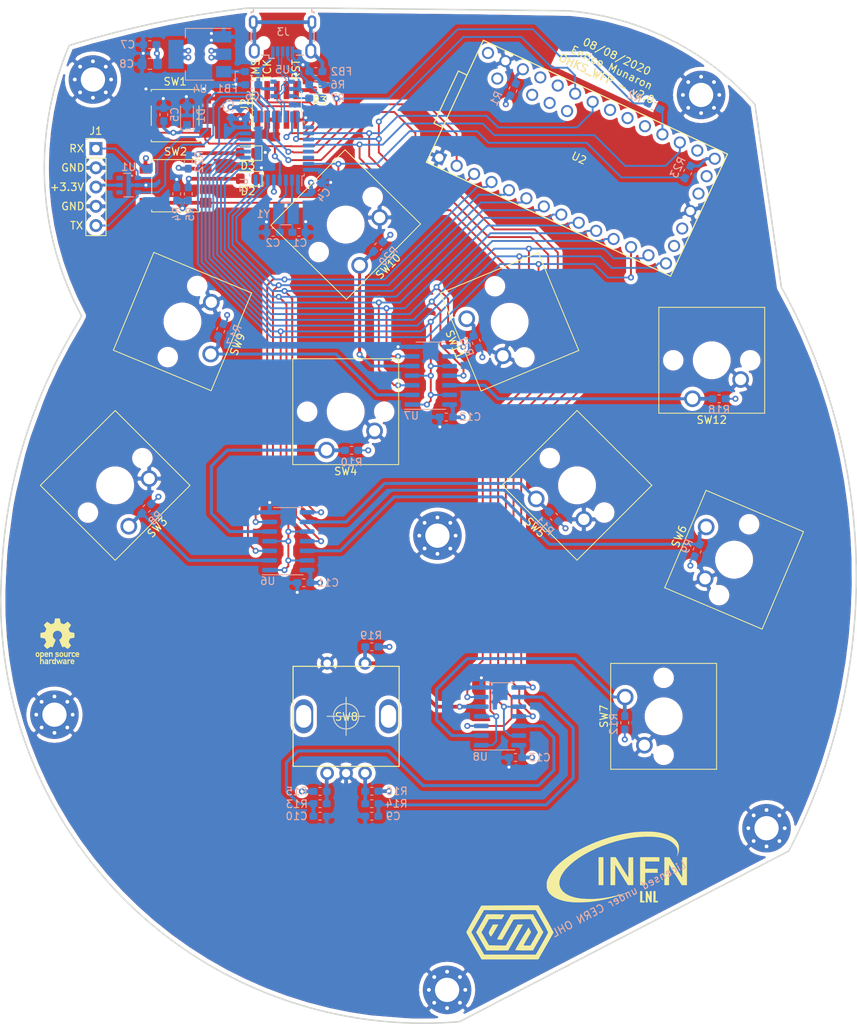
<source format=kicad_pcb>
(kicad_pcb (version 20171130) (host pcbnew "(5.1.5)-3")
  (title_block (title OHKS_WFP) (date 2020-08-08) (rev "v 0.2") (company INFN-LNL) (comment 1 "Layout by Enrico Munaron") (comment 2 "Serv. Radiofrequenza e Controllo Acceleratori"))
  (layers (0 F.Cu signal) (1 In1.Cu power) (2 In2.Cu power) (31 B.Cu signal) (34 B.Paste user) (35 F.Paste user) (36 B.SilkS user) (37 F.SilkS user) (38 B.Mask user) (39 F.Mask user) (44 Edge.Cuts user))
  (net 0 "")
  (net 1 GND)
  (net 2 "Net-(C1-Pad1)")
  (net 3 "Net-(C2-Pad1)")
  (net 4 +3V3)
  (net 5 /TOP/CPU/NRST)
  (net 6 "/TOP/KEY & ENCODER/EN_A_B")
  (net 7 "/TOP/KEY & ENCODER/EN_A_A")
  (net 8 "Net-(D2-Pad2)")
  (net 9 /TOP/CPU/VUSB)
  (net 10 "Net-(FB2-Pad1)")
  (net 11 /TOP/CPU/Serial_RX)
  (net 12 /TOP/CPU/Serial_TX)
  (net 13 /TOP/CPU/TMS_SWDIO)
  (net 14 /TOP/CPU/TCK_SWCLK)
  (net 15 "Net-(J2-Pad6)")
  (net 16 "Net-(J2-Pad7)")
  (net 17 "Net-(J2-Pad8)")
  (net 18 "Net-(J2-Pad10)")
  (net 19 /TOP/CPU/USB_N)
  (net 20 /TOP/CPU/USB_P)
  (net 21 /TOP/CPU/USB_ID)
  (net 22 "Net-(R1-Pad2)")
  (net 23 "Net-(R2-Pad2)")
  (net 24 /TOP/CPU/BOOT)
  (net 25 "Net-(R7-Pad2)")
  (net 26 "/TOP/KEY & ENCODER/SW_A_1")
  (net 27 "/TOP/KEY & ENCODER/SW_A_4")
  (net 28 "/TOP/KEY & ENCODER/SW_A_2")
  (net 29 "/TOP/KEY & ENCODER/SW_A_3")
  (net 30 "/TOP/KEY & ENCODER/SW_A_9")
  (net 31 "Net-(R13-Pad1)")
  (net 32 "Net-(R14-Pad2)")
  (net 33 "/TOP/KEY & ENCODER/SW_A_5")
  (net 34 "/TOP/KEY & ENCODER/SW_A_8")
  (net 35 "/TOP/KEY & ENCODER/SW_A_10")
  (net 36 "/TOP/KEY & ENCODER/SW_A_6")
  (net 37 "/TOP/KEY & ENCODER/SW_A_7")
  (net 38 "Net-(U1-Pad4)")
  (net 39 "Net-(U1-Pad6)")
  (net 40 SW_Y_1)
  (net 41 SW_Y_2)
  (net 42 SW_Y_3)
  (net 43 SW_Y_4)
  (net 44 SW_Y_5)
  (net 45 SW_Y_6)
  (net 46 SW_Y_7)
  (net 47 SW_Y_8)
  (net 48 SW_Y_9)
  (net 49 E_ENAB)
  (net 50 "Net-(U2-Pad37)")
  (net 51 "Net-(U2-Pad36)")
  (net 52 "Net-(U2-Pad35)")
  (net 53 "Net-(U2-Pad34)")
  (net 54 "Net-(U2-Pad33)")
  (net 55 "Net-(U2-Pad30)")
  (net 56 "Net-(U2-Pad29)")
  (net 57 EN_Y_B)
  (net 58 EN_Y_A)
  (net 59 "Net-(U2-Pad26)")
  (net 60 "Net-(U2-Pad25)")
  (net 61 "Net-(U2-Pad24)")
  (net 62 SW_Y_10)
  (net 63 "Net-(U2-Pad21)")
  (net 64 K_ENAB)
  (net 65 "Net-(U2-Pad15)")
  (net 66 "Net-(U2-Pad19)")
  (net 67 "Net-(U2-Pad18)")
  (net 68 "Net-(U3-Pad25)")
  (net 69 "Net-(U3-Pad29)")
  (net 70 "Net-(U3-Pad30)")
  (net 71 "Net-(D3-Pad2)")
  (net 72 "Net-(R23-Pad1)")
  (net 73 /TOP/CPU/VBUS)
  (net 74 "Net-(U5-Pad6)")
  (module Button_Switch_Keyboard:SW_Cherry_MX_1.00u_PCB (layer F.Cu) (at 89.422203 71.285275 225.5)
    (fp_text reference SW10 (at -2.54 -2.794 45.5) (layer F.SilkS))
    (fp_text value SW_Push)
    (pad 1 thru_hole circle (at 0 0 225.5) (size 2.2 2.2) (drill 1.5) (layers *.Cu *.Mask) (net 36 "/TOP/KEY & ENCODER/SW_A_6"))
    (pad 2 thru_hole circle (at -6.35 2.54 225.5) (size 2.2 2.2) (drill 1.5) (layers *.Cu *.Mask) (net 1 GND))
    (pad "" np_thru_hole circle (at -2.54 5.08 225.5) (size 4 4) (drill 4) (layers *.Cu *.Mask))
    (pad "" np_thru_hole circle (at -7.62 5.08 225.5) (size 1.7 1.7) (drill 1.7) (layers *.Cu *.Mask))
    (pad "" np_thru_hole circle (at 2.54 5.08 225.5) (size 1.7 1.7) (drill 1.7) (layers *.Cu *.Mask))
  )
  (module Button_Switch_Keyboard:SW_Cherry_MX_1.00u_PCB (layer F.Cu) (at 69.76 83 247.5)
    (fp_text reference SW9 (at -2.54 -2.794 67.5) (layer F.SilkS))
    (fp_text value SW_Push)
    (pad "" np_thru_hole circle (at 2.54 5.08 247.5) (size 1.7 1.7) (drill 1.7) (layers *.Cu *.Mask))
    (pad "" np_thru_hole circle (at -7.62 5.08 247.5) (size 1.7 1.7) (drill 1.7) (layers *.Cu *.Mask))
    (pad "" np_thru_hole circle (at -2.54 5.08 247.5) (size 4 4) (drill 4) (layers *.Cu *.Mask))
    (pad 2 thru_hole circle (at -6.35 2.54 247.5) (size 2.2 2.2) (drill 1.5) (layers *.Cu *.Mask) (net 1 GND))
    (pad 1 thru_hole circle (at 0 0 247.5) (size 2.2 2.2) (drill 1.5) (layers *.Cu *.Mask) (net 33 "/TOP/KEY & ENCODER/SW_A_5"))
  )
  (module Button_Switch_Keyboard:SW_Cherry_MX_1.00u_PCB (layer F.Cu) (at 58.95 105.72 225)
    (fp_text reference SW3 (at -2.54 -2.794 45) (layer F.SilkS))
    (fp_text value SW_Push)
    (pad 1 thru_hole circle (at 0 0 225) (size 2.2 2.2) (drill 1.5) (layers *.Cu *.Mask) (net 26 "/TOP/KEY & ENCODER/SW_A_1"))
    (pad 2 thru_hole circle (at -6.35 2.54 225) (size 2.2 2.2) (drill 1.5) (layers *.Cu *.Mask) (net 1 GND))
    (pad "" np_thru_hole circle (at -2.54 5.08 225) (size 4 4) (drill 4) (layers *.Cu *.Mask))
    (pad "" np_thru_hole circle (at -7.62 5.08 225) (size 1.7 1.7) (drill 1.7) (layers *.Cu *.Mask))
    (pad "" np_thru_hole circle (at 2.54 5.08 225) (size 1.7 1.7) (drill 1.7) (layers *.Cu *.Mask))
  )
  (module Button_Switch_Keyboard:SW_Cherry_MX_1.00u_PCB (layer F.Cu) (at 85.0392 95.6818 180)
    (fp_text reference SW4 (at -2.54 -2.794) (layer F.SilkS))
    (fp_text value SW_Push)
    (pad "" np_thru_hole circle (at 2.54 5.08 180) (size 1.7 1.7) (drill 1.7) (layers *.Cu *.Mask))
    (pad "" np_thru_hole circle (at -7.62 5.08 180) (size 1.7 1.7) (drill 1.7) (layers *.Cu *.Mask))
    (pad "" np_thru_hole circle (at -2.54 5.08 180) (size 4 4) (drill 4) (layers *.Cu *.Mask))
    (pad 2 thru_hole circle (at -6.35 2.54 180) (size 2.2 2.2) (drill 1.5) (layers *.Cu *.Mask) (net 1 GND))
    (pad 1 thru_hole circle (at 0 0 180) (size 2.2 2.2) (drill 1.5) (layers *.Cu *.Mask) (net 28 "/TOP/KEY & ENCODER/SW_A_2"))
  )
  (module WFP_v2_0_Hardware:SOT-457 (layer B.Cu) (at 79.248 48.006 180)
    (fp_text reference U5 (at 0 2.54) (layer B.SilkS) (effects (justify mirror)))
    (fp_text value IP4220CZ6)
    (pad 1 smd rect (at -1.2 0.95 180) (size 0.8 0.55) (layers B.Cu B.Paste B.Mask) (net 20 /TOP/CPU/USB_P))
    (pad 3 smd rect (at -1.2 -0.95 180) (size 0.8 0.55) (layers B.Cu B.Paste B.Mask) (net 25 "Net-(R7-Pad2)"))
    (pad 6 smd rect (at 1.2 0.95 180) (size 0.8 0.55) (layers B.Cu B.Paste B.Mask) (net 74 "Net-(U5-Pad6)"))
    (pad 2 smd rect (at -1.2 0 180) (size 0.8 0.55) (layers B.Cu B.Paste B.Mask) (net 1 GND))
    (pad 4 smd rect (at 1.2 -0.95 180) (size 0.8 0.55) (layers B.Cu B.Paste B.Mask) (net 19 /TOP/CPU/USB_N))
    (pad 5 smd rect (at 1.2 0 180) (size 0.8 0.55) (layers B.Cu B.Paste B.Mask) (net 73 /TOP/CPU/VBUS))
  )
  (module Button_Switch_Keyboard:SW_Cherry_MX_1.00u_PCB (layer F.Cu) (at 133.35 88.9 180)
    (fp_text reference SW12 (at -2.54 -2.794) (layer F.SilkS))
    (fp_text value SW_Push)
    (pad 1 thru_hole circle (at 0 0 180) (size 2.2 2.2) (drill 1.5) (layers *.Cu *.Mask) (net 34 "/TOP/KEY & ENCODER/SW_A_8"))
    (pad 2 thru_hole circle (at -6.35 2.54 180) (size 2.2 2.2) (drill 1.5) (layers *.Cu *.Mask) (net 1 GND))
    (pad "" np_thru_hole circle (at -2.54 5.08 180) (size 4 4) (drill 4) (layers *.Cu *.Mask))
    (pad "" np_thru_hole circle (at -7.62 5.08 180) (size 1.7 1.7) (drill 1.7) (layers *.Cu *.Mask))
    (pad "" np_thru_hole circle (at 2.54 5.08 180) (size 1.7 1.7) (drill 1.7) (layers *.Cu *.Mask))
  )
  (module Capacitor_SMD:C_0603_1608Metric_Pad1.05x0.95mm_HandSolder (layer B.Cu) (at 81.407 66.929)
    (fp_text reference C1 (at 0.127 1.397) (layer B.SilkS) (effects (justify mirror)))
    (fp_text value 10pF)
    (pad 2 smd roundrect (at 0.875 0) (size 1.05 0.95) (layers B.Cu B.Paste B.Mask) (net 1 GND))
    (pad 1 smd roundrect (at -0.875 0) (size 1.05 0.95) (layers B.Cu B.Paste B.Mask) (net 2 "Net-(C1-Pad1)"))
  )
  (module Capacitor_SMD:C_0603_1608Metric_Pad1.05x0.95mm_HandSolder (layer B.Cu) (at 78.0034 66.929 180)
    (fp_text reference C2 (at 0.0254 -1.397) (layer B.SilkS) (effects (justify mirror)))
    (fp_text value 10pF)
    (pad 1 smd roundrect (at -0.875 0 180) (size 1.05 0.95) (layers B.Cu B.Paste B.Mask) (net 3 "Net-(C2-Pad1)"))
    (pad 2 smd roundrect (at 0.875 0 180) (size 1.05 0.95) (layers B.Cu B.Paste B.Mask) (net 1 GND))
  )
  (module Capacitor_SMD:C_0603_1608Metric_Pad1.05x0.95mm_HandSolder (layer B.Cu) (at 73.0504 51.2318 225)
    (fp_text reference C3 (at 0 1.43 45) (layer B.SilkS) (effects (justify mirror)))
    (fp_text value 0.1uF)
    (pad 2 smd roundrect (at 0.875 0 225) (size 1.05 0.95) (layers B.Cu B.Paste B.Mask) (net 1 GND))
    (pad 1 smd roundrect (at -0.875 0 225) (size 1.05 0.95) (layers B.Cu B.Paste B.Mask) (net 4 +3V3))
  )
  (module Capacitor_SMD:C_0603_1608Metric_Pad1.05x0.95mm_HandSolder (layer B.Cu) (at 83.683882 60.994518 45)
    (fp_text reference C4 (at 0 1.43 45) (layer B.SilkS) (effects (justify mirror)))
    (fp_text value 0.1uF)
    (pad 1 smd roundrect (at -0.875 0 45) (size 1.05 0.95) (layers B.Cu B.Paste B.Mask) (net 4 +3V3))
    (pad 2 smd roundrect (at 0.875 0 45) (size 1.05 0.95) (layers B.Cu B.Paste B.Mask) (net 1 GND))
  )
  (module Capacitor_SMD:C_0603_1608Metric_Pad1.05x0.95mm_HandSolder (layer B.Cu) (at 63.5762 51.3956 90)
    (fp_text reference C5 (at 0 1.43 90) (layer B.SilkS) (effects (justify mirror)))
    (fp_text value 100nF)
    (pad 2 smd roundrect (at 0.875 0 90) (size 1.05 0.95) (layers B.Cu B.Paste B.Mask) (net 1 GND))
    (pad 1 smd roundrect (at -0.875 0 90) (size 1.05 0.95) (layers B.Cu B.Paste B.Mask) (net 5 /TOP/CPU/NRST))
  )
  (module Capacitor_SMD:C_0603_1608Metric_Pad1.05x0.95mm_HandSolder (layer B.Cu) (at 75.1726 47.4472)
    (fp_text reference C6 (at 0.0876 1.4732) (layer B.SilkS) (effects (justify mirror)))
    (fp_text value 100nF)
    (pad 1 smd roundrect (at -0.875 0) (size 1.05 0.95) (layers B.Cu B.Paste B.Mask) (net 1 GND))
    (pad 2 smd roundrect (at 0.875 0) (size 1.05 0.95) (layers B.Cu B.Paste B.Mask) (net 73 /TOP/CPU/VBUS))
  )
  (module Capacitor_SMD:C_0603_1608Metric_Pad1.05x0.95mm_HandSolder (layer B.Cu) (at 61.722 42.164 180)
    (fp_text reference C7 (at 2.907 0) (layer B.SilkS) (effects (justify mirror)))
    (fp_text value 0.1uF)
    (pad 2 smd roundrect (at 0.875 0 180) (size 1.05 0.95) (layers B.Cu B.Paste B.Mask) (net 1 GND))
    (pad 1 smd roundrect (at -0.875 0 180) (size 1.05 0.95) (layers B.Cu B.Paste B.Mask) (net 4 +3V3))
  )
  (module Capacitor_SMD:C_0805_2012Metric_Pad1.15x1.40mm_HandSolder (layer B.Cu) (at 61.731 44.704 180)
    (fp_text reference C8 (at 3.057 0) (layer B.SilkS) (effects (justify mirror)))
    (fp_text value 4.7uF)
    (pad 1 smd roundrect (at -1.025 0 180) (size 1.15 1.4) (layers B.Cu B.Paste B.Mask) (roundrect_rratio 0.217391) (net 4 +3V3))
    (pad 2 smd roundrect (at 1.025 0 180) (size 1.15 1.4) (layers B.Cu B.Paste B.Mask) (roundrect_rratio 0.217391) (net 1 GND))
  )
  (module Capacitor_SMD:C_0603_1608Metric_Pad1.05x0.95mm_HandSolder (layer B.Cu) (at 91.0196 143.9926 180)
    (fp_text reference C9 (at -2.8334 0) (layer B.SilkS) (effects (justify mirror)))
    (fp_text value 0.1uF)
    (pad 1 smd roundrect (at -0.875 0 180) (size 1.05 0.95) (layers B.Cu B.Paste B.Mask) (net 6 "/TOP/KEY & ENCODER/EN_A_B"))
    (pad 2 smd roundrect (at 0.875 0 180) (size 1.05 0.95) (layers B.Cu B.Paste B.Mask) (net 1 GND))
  )
  (module Capacitor_SMD:C_0603_1608Metric_Pad1.05x0.95mm_HandSolder (layer B.Cu) (at 84.1896 143.9926)
    (fp_text reference C10 (at -3.0874 0) (layer B.SilkS) (effects (justify mirror)))
    (fp_text value 0.1uF)
    (pad 2 smd roundrect (at 0.875 0) (size 1.05 0.95) (layers B.Cu B.Paste B.Mask) (net 1 GND))
    (pad 1 smd roundrect (at -0.875 0) (size 1.05 0.95) (layers B.Cu B.Paste B.Mask) (net 7 "/TOP/KEY & ENCODER/EN_A_A"))
  )
  (module Capacitor_SMD:C_0603_1608Metric_Pad1.05x0.95mm_HandSolder (layer B.Cu) (at 82.056 113.1824 180)
    (fp_text reference C11 (at -3.189 0) (layer B.SilkS) (effects (justify mirror)))
    (fp_text value 0.1uF)
    (pad 2 smd roundrect (at 0.875 0 180) (size 1.05 0.95) (layers B.Cu B.Paste B.Mask) (net 1 GND))
    (pad 1 smd roundrect (at -0.875 0 180) (size 1.05 0.95) (layers B.Cu B.Paste B.Mask) (net 4 +3V3))
  )
  (module Capacitor_SMD:C_0603_1608Metric_Pad1.05x0.95mm_HandSolder (layer B.Cu) (at 100.852 91.313 180)
    (fp_text reference C12 (at -3.1636 0.0254) (layer B.SilkS) (effects (justify mirror)))
    (fp_text value 0.1uF)
    (pad 1 smd roundrect (at -0.875 0 180) (size 1.05 0.95) (layers B.Cu B.Paste B.Mask) (net 4 +3V3))
    (pad 2 smd roundrect (at 0.875 0 180) (size 1.05 0.95) (layers B.Cu B.Paste B.Mask) (net 1 GND))
  )
  (module Capacitor_SMD:C_0603_1608Metric_Pad1.05x0.95mm_HandSolder (layer B.Cu) (at 109.996 136.2456 180)
    (fp_text reference C13 (at -3.1864 0) (layer B.SilkS) (effects (justify mirror)))
    (fp_text value 0.1uF)
    (pad 1 smd roundrect (at -0.875 0 180) (size 1.05 0.95) (layers B.Cu B.Paste B.Mask) (net 4 +3V3))
    (pad 2 smd roundrect (at 0.875 0 180) (size 1.05 0.95) (layers B.Cu B.Paste B.Mask) (net 1 GND))
  )
  (module Diode_SMD:D_SOD-323_HandSoldering (layer B.Cu) (at 66.6242 51.5166 90)
    (fp_text reference D1 (at 0 1.85 90) (layer B.SilkS) (effects (justify mirror)))
    (fp_text value BAT54HT1G)
    (pad 1 smd rect (at -1.25 0 90) (size 1 1) (layers B.Cu B.Paste B.Mask) (net 5 /TOP/CPU/NRST))
    (pad 2 smd rect (at 1.25 0 90) (size 1 1) (layers B.Cu B.Paste B.Mask) (net 1 GND))
  )
  (module LED_SMD:LED_0805_2012Metric_Pad1.15x1.40mm_HandSolder (layer F.Cu) (at 74.685 59.8678 180)
    (fp_text reference D2 (at 0 -1.65) (layer F.SilkS))
    (fp_text value LED)
    (pad 1 smd roundrect (at -1.025 0 180) (size 1.15 1.4) (layers F.Cu F.Paste F.Mask) (roundrect_rratio 0.217391) (net 1 GND))
    (pad 2 smd roundrect (at 1.025 0 180) (size 1.15 1.4) (layers F.Cu F.Paste F.Mask) (roundrect_rratio 0.217391) (net 8 "Net-(D2-Pad2)"))
  )
  (module Inductor_SMD:L_0603_1608Metric_Pad1.05x0.95mm_HandSolder (layer B.Cu) (at 75.1472 45.72 180)
    (fp_text reference FB1 (at 3.2144 -2.2606) (layer B.SilkS) (effects (justify mirror)))
    (fp_text value WURTH_742792608 hide)
    (pad 1 smd roundrect (at -0.875 0 180) (size 1.05 0.95) (layers B.Cu B.Paste B.Mask) (net 73 /TOP/CPU/VBUS))
    (pad 2 smd roundrect (at 0.875 0 180) (size 1.05 0.95) (layers B.Cu B.Paste B.Mask) (net 9 /TOP/CPU/VUSB))
  )
  (module Inductor_SMD:L_0603_1608Metric_Pad1.05x0.95mm_HandSolder (layer B.Cu) (at 83.6308 45.72 180)
    (fp_text reference FB2 (at -3.3896 0) (layer B.SilkS) (effects (justify mirror)))
    (fp_text value WURTH_742792608 hide)
    (pad 2 smd roundrect (at 0.875 0 180) (size 1.05 0.95) (layers B.Cu B.Paste B.Mask) (net 1 GND))
    (pad 1 smd roundrect (at -0.875 0 180) (size 1.05 0.95) (layers B.Cu B.Paste B.Mask) (net 10 "Net-(FB2-Pad1)"))
  )
  (module MountingHole:MountingHole_3.2mm_M3_Pad_Via (layer F.Cu) (at 54.22 46.77)
    (fp_text reference H1 hide)
    (fp_text value MountingHole_Pad hide)
    (pad 1 thru_hole circle (at 1.697056 -1.697056) (size 0.8 0.8) (drill 0.5) (layers *.Cu *.Mask) (net 1 GND))
    (pad 1 thru_hole circle (at 0 -2.4) (size 0.8 0.8) (drill 0.5) (layers *.Cu *.Mask) (net 1 GND))
    (pad 1 thru_hole circle (at -1.697056 -1.697056) (size 0.8 0.8) (drill 0.5) (layers *.Cu *.Mask) (net 1 GND))
    (pad 1 thru_hole circle (at -2.4 0) (size 0.8 0.8) (drill 0.5) (layers *.Cu *.Mask) (net 1 GND))
    (pad 1 thru_hole circle (at -1.697056 1.697056) (size 0.8 0.8) (drill 0.5) (layers *.Cu *.Mask) (net 1 GND))
    (pad 1 thru_hole circle (at 0 2.4) (size 0.8 0.8) (drill 0.5) (layers *.Cu *.Mask) (net 1 GND))
    (pad 1 thru_hole circle (at 1.697056 1.697056) (size 0.8 0.8) (drill 0.5) (layers *.Cu *.Mask) (net 1 GND))
    (pad 1 thru_hole circle (at 2.4 0) (size 0.8 0.8) (drill 0.5) (layers *.Cu *.Mask) (net 1 GND))
    (pad 1 thru_hole circle (at 0 0) (size 6.4 6.4) (drill 3.2) (layers *.Cu *.Mask) (net 1 GND))
  )
  (module MountingHole:MountingHole_3.2mm_M3_Pad_Via (layer F.Cu) (at 99.686 106.968)
    (fp_text reference H2 hide)
    (fp_text value MountingHole_Pad hide)
    (pad 1 thru_hole circle (at 0 0) (size 6.4 6.4) (drill 3.2) (layers *.Cu *.Mask) (net 1 GND))
    (pad 1 thru_hole circle (at 2.4 0) (size 0.8 0.8) (drill 0.5) (layers *.Cu *.Mask) (net 1 GND))
    (pad 1 thru_hole circle (at 1.697056 1.697056) (size 0.8 0.8) (drill 0.5) (layers *.Cu *.Mask) (net 1 GND))
    (pad 1 thru_hole circle (at 0 2.4) (size 0.8 0.8) (drill 0.5) (layers *.Cu *.Mask) (net 1 GND))
    (pad 1 thru_hole circle (at -1.697056 1.697056) (size 0.8 0.8) (drill 0.5) (layers *.Cu *.Mask) (net 1 GND))
    (pad 1 thru_hole circle (at -2.4 0) (size 0.8 0.8) (drill 0.5) (layers *.Cu *.Mask) (net 1 GND))
    (pad 1 thru_hole circle (at -1.697056 -1.697056) (size 0.8 0.8) (drill 0.5) (layers *.Cu *.Mask) (net 1 GND))
    (pad 1 thru_hole circle (at 0 -2.4) (size 0.8 0.8) (drill 0.5) (layers *.Cu *.Mask) (net 1 GND))
    (pad 1 thru_hole circle (at 1.697056 -1.697056) (size 0.8 0.8) (drill 0.5) (layers *.Cu *.Mask) (net 1 GND))
  )
  (module MountingHole:MountingHole_3.2mm_M3_Pad_Via (layer F.Cu) (at 134.484 48.802)
    (fp_text reference H3 hide)
    (fp_text value MountingHole_Pad hide)
    (pad 1 thru_hole circle (at 0 0) (size 6.4 6.4) (drill 3.2) (layers *.Cu *.Mask) (net 1 GND))
    (pad 1 thru_hole circle (at 2.4 0) (size 0.8 0.8) (drill 0.5) (layers *.Cu *.Mask) (net 1 GND))
    (pad 1 thru_hole circle (at 1.697056 1.697056) (size 0.8 0.8) (drill 0.5) (layers *.Cu *.Mask) (net 1 GND))
    (pad 1 thru_hole circle (at 0 2.4) (size 0.8 0.8) (drill 0.5) (layers *.Cu *.Mask) (net 1 GND))
    (pad 1 thru_hole circle (at -1.697056 1.697056) (size 0.8 0.8) (drill 0.5) (layers *.Cu *.Mask) (net 1 GND))
    (pad 1 thru_hole circle (at -2.4 0) (size 0.8 0.8) (drill 0.5) (layers *.Cu *.Mask) (net 1 GND))
    (pad 1 thru_hole circle (at -1.697056 -1.697056) (size 0.8 0.8) (drill 0.5) (layers *.Cu *.Mask) (net 1 GND))
    (pad 1 thru_hole circle (at 0 -2.4) (size 0.8 0.8) (drill 0.5) (layers *.Cu *.Mask) (net 1 GND))
    (pad 1 thru_hole circle (at 1.697056 -1.697056) (size 0.8 0.8) (drill 0.5) (layers *.Cu *.Mask) (net 1 GND))
  )
  (module MountingHole:MountingHole_3.2mm_M3_Pad_Via (layer F.Cu) (at 49.14 130.59)
    (fp_text reference H4 hide)
    (fp_text value MountingHole_Pad hide)
    (pad 1 thru_hole circle (at 1.697056 -1.697056) (size 0.8 0.8) (drill 0.5) (layers *.Cu *.Mask) (net 1 GND))
    (pad 1 thru_hole circle (at 0 -2.4) (size 0.8 0.8) (drill 0.5) (layers *.Cu *.Mask) (net 1 GND))
    (pad 1 thru_hole circle (at -1.697056 -1.697056) (size 0.8 0.8) (drill 0.5) (layers *.Cu *.Mask) (net 1 GND))
    (pad 1 thru_hole circle (at -2.4 0) (size 0.8 0.8) (drill 0.5) (layers *.Cu *.Mask) (net 1 GND))
    (pad 1 thru_hole circle (at -1.697056 1.697056) (size 0.8 0.8) (drill 0.5) (layers *.Cu *.Mask) (net 1 GND))
    (pad 1 thru_hole circle (at 0 2.4) (size 0.8 0.8) (drill 0.5) (layers *.Cu *.Mask) (net 1 GND))
    (pad 1 thru_hole circle (at 1.697056 1.697056) (size 0.8 0.8) (drill 0.5) (layers *.Cu *.Mask) (net 1 GND))
    (pad 1 thru_hole circle (at 2.4 0) (size 0.8 0.8) (drill 0.5) (layers *.Cu *.Mask) (net 1 GND))
    (pad 1 thru_hole circle (at 0 0) (size 6.4 6.4) (drill 3.2) (layers *.Cu *.Mask) (net 1 GND))
  )
  (module MountingHole:MountingHole_3.2mm_M3_Pad_Via (layer F.Cu) (at 100.959 166.912)
    (fp_text reference H5 hide)
    (fp_text value MountingHole_Pad hide)
    (pad 1 thru_hole circle (at 0 0) (size 6.4 6.4) (drill 3.2) (layers *.Cu *.Mask) (net 1 GND))
    (pad 1 thru_hole circle (at 2.4 0) (size 0.8 0.8) (drill 0.5) (layers *.Cu *.Mask) (net 1 GND))
    (pad 1 thru_hole circle (at 1.697056 1.697056) (size 0.8 0.8) (drill 0.5) (layers *.Cu *.Mask) (net 1 GND))
    (pad 1 thru_hole circle (at 0 2.4) (size 0.8 0.8) (drill 0.5) (layers *.Cu *.Mask) (net 1 GND))
    (pad 1 thru_hole circle (at -1.697056 1.697056) (size 0.8 0.8) (drill 0.5) (layers *.Cu *.Mask) (net 1 GND))
    (pad 1 thru_hole circle (at -2.4 0) (size 0.8 0.8) (drill 0.5) (layers *.Cu *.Mask) (net 1 GND))
    (pad 1 thru_hole circle (at -1.697056 -1.697056) (size 0.8 0.8) (drill 0.5) (layers *.Cu *.Mask) (net 1 GND))
    (pad 1 thru_hole circle (at 0 -2.4) (size 0.8 0.8) (drill 0.5) (layers *.Cu *.Mask) (net 1 GND))
    (pad 1 thru_hole circle (at 1.697056 -1.697056) (size 0.8 0.8) (drill 0.5) (layers *.Cu *.Mask) (net 1 GND))
  )
  (module MountingHole:MountingHole_3.2mm_M3_Pad_Via (layer F.Cu) (at 143.12 145.576)
    (fp_text reference H6 hide)
    (fp_text value MountingHole_Pad hide)
    (pad 1 thru_hole circle (at 1.697056 -1.697056) (size 0.8 0.8) (drill 0.5) (layers *.Cu *.Mask) (net 1 GND))
    (pad 1 thru_hole circle (at 0 -2.4) (size 0.8 0.8) (drill 0.5) (layers *.Cu *.Mask) (net 1 GND))
    (pad 1 thru_hole circle (at -1.697056 -1.697056) (size 0.8 0.8) (drill 0.5) (layers *.Cu *.Mask) (net 1 GND))
    (pad 1 thru_hole circle (at -2.4 0) (size 0.8 0.8) (drill 0.5) (layers *.Cu *.Mask) (net 1 GND))
    (pad 1 thru_hole circle (at -1.697056 1.697056) (size 0.8 0.8) (drill 0.5) (layers *.Cu *.Mask) (net 1 GND))
    (pad 1 thru_hole circle (at 0 2.4) (size 0.8 0.8) (drill 0.5) (layers *.Cu *.Mask) (net 1 GND))
    (pad 1 thru_hole circle (at 1.697056 1.697056) (size 0.8 0.8) (drill 0.5) (layers *.Cu *.Mask) (net 1 GND))
    (pad 1 thru_hole circle (at 2.4 0) (size 0.8 0.8) (drill 0.5) (layers *.Cu *.Mask) (net 1 GND))
    (pad 1 thru_hole circle (at 0 0) (size 6.4 6.4) (drill 3.2) (layers *.Cu *.Mask) (net 1 GND))
  )
  (module Connector_PinHeader_2.54mm:PinHeader_1x05_P2.54mm_Vertical (layer F.Cu) (at 54.61 55.88)
    (fp_text reference J1 (at 0 -2.33) (layer F.SilkS))
    (fp_text value Conn_01x05_Male hide)
    (pad 1 thru_hole rect (at 0 0) (size 1.7 1.7) (drill 1) (layers *.Cu *.Mask) (net 11 /TOP/CPU/Serial_RX))
    (pad 2 thru_hole oval (at 0 2.54) (size 1.7 1.7) (drill 1) (layers *.Cu *.Mask) (net 1 GND))
    (pad 3 thru_hole oval (at 0 5.08) (size 1.7 1.7) (drill 1) (layers *.Cu *.Mask) (net 4 +3V3))
    (pad 4 thru_hole oval (at 0 7.62) (size 1.7 1.7) (drill 1) (layers *.Cu *.Mask) (net 1 GND))
    (pad 5 thru_hole oval (at 0 10.16) (size 1.7 1.7) (drill 1) (layers *.Cu *.Mask) (net 12 /TOP/CPU/Serial_TX))
  )
  (module Connector_PinHeader_1.27mm:PinHeader_2x05_P1.27mm_Vertical_SMD (layer F.Cu) (at 78.486 50.1142 90)
    (fp_text reference J2 (at 0 -4.235 90) (layer F.SilkS))
    (fp_text value Conn_ARM_JTAG_SWD_10)
    (pad 1 smd rect (at -1.95 -2.54 90) (size 2.4 0.74) (layers F.Cu F.Paste F.Mask) (net 4 +3V3))
    (pad 2 smd rect (at 1.95 -2.54 90) (size 2.4 0.74) (layers F.Cu F.Paste F.Mask) (net 13 /TOP/CPU/TMS_SWDIO))
    (pad 3 smd rect (at -1.95 -1.27 90) (size 2.4 0.74) (layers F.Cu F.Paste F.Mask) (net 1 GND))
    (pad 4 smd rect (at 1.95 -1.27 90) (size 2.4 0.74) (layers F.Cu F.Paste F.Mask) (net 14 /TOP/CPU/TCK_SWCLK))
    (pad 5 smd rect (at -1.95 0 90) (size 2.4 0.74) (layers F.Cu F.Paste F.Mask) (net 1 GND))
    (pad 6 smd rect (at 1.95 0 90) (size 2.4 0.74) (layers F.Cu F.Paste F.Mask) (net 15 "Net-(J2-Pad6)"))
    (pad 7 smd rect (at -1.95 1.27 90) (size 2.4 0.74) (layers F.Cu F.Paste F.Mask) (net 16 "Net-(J2-Pad7)"))
    (pad 8 smd rect (at 1.95 1.27 90) (size 2.4 0.74) (layers F.Cu F.Paste F.Mask) (net 17 "Net-(J2-Pad8)"))
    (pad 9 smd rect (at -1.95 2.54 90) (size 2.4 0.74) (layers F.Cu F.Paste F.Mask) (net 1 GND))
    (pad 10 smd rect (at 1.95 2.54 90) (size 2.4 0.74) (layers F.Cu F.Paste F.Mask) (net 18 "Net-(J2-Pad10)"))
  )
  (module Connector_USB:USB_Micro-B_Wuerth_629105150521 (layer B.Cu) (at 79.248 41.148)
    (fp_text reference J3 (at 0.0762 -0.6604) (layer B.SilkS) (effects (justify mirror)))
    (fp_text value USB_B_Micro_WURTH_629105150521 hide)
    (pad 1 smd rect (at -1.3 1.9) (size 0.45 1.3) (layers B.Cu B.Paste B.Mask) (net 73 /TOP/CPU/VBUS))
    (pad 2 smd rect (at -0.65 1.9) (size 0.45 1.3) (layers B.Cu B.Paste B.Mask) (net 19 /TOP/CPU/USB_N))
    (pad 3 smd rect (at 0 1.9) (size 0.45 1.3) (layers B.Cu B.Paste B.Mask) (net 20 /TOP/CPU/USB_P))
    (pad 4 smd rect (at 0.65 1.9) (size 0.45 1.3) (layers B.Cu B.Paste B.Mask) (net 21 /TOP/CPU/USB_ID))
    (pad 5 smd rect (at 1.3 1.9) (size 0.45 1.3) (layers B.Cu B.Paste B.Mask) (net 1 GND))
    (pad 6 thru_hole oval (at -3.725 1.85) (size 1.45 2) (drill oval 0.85 1.4) (layers *.Cu *.Mask) (net 10 "Net-(FB2-Pad1)"))
    (pad 6 thru_hole oval (at 3.725 1.85) (size 1.45 2) (drill oval 0.85 1.4) (layers *.Cu *.Mask) (net 10 "Net-(FB2-Pad1)"))
    (pad 6 thru_hole oval (at -3.875 -1.95) (size 1.15 1.8) (drill oval 0.55 1.2) (layers *.Cu *.Mask) (net 10 "Net-(FB2-Pad1)"))
    (pad 6 thru_hole oval (at 3.875 -1.95) (size 1.15 1.8) (drill oval 0.55 1.2) (layers *.Cu *.Mask) (net 10 "Net-(FB2-Pad1)"))
    (pad "" np_thru_hole oval (at -2.5 0.8) (size 0.8 0.8) (drill 0.8) (layers *.Cu *.Mask))
    (pad "" np_thru_hole oval (at 2.5 0.8) (size 0.8 0.8) (drill 0.8) (layers *.Cu *.Mask))
  )
  (module Resistor_SMD:R_0603_1608Metric_Pad1.05x0.95mm_HandSolder (layer B.Cu) (at 109.663009 48.087819 65)
    (fp_text reference R1 (at -2.015497 -1.510771 65) (layer B.SilkS) (effects (justify mirror)))
    (fp_text value 0R0)
    (pad 2 smd roundrect (at 0.875 0 65) (size 1.05 0.95) (layers B.Cu B.Paste B.Mask) (net 22 "Net-(R1-Pad2)"))
    (pad 1 smd roundrect (at -0.875 0 65) (size 1.05 0.95) (layers B.Cu B.Paste B.Mask) (net 4 +3V3))
  )
  (module Resistor_SMD:R_0603_1608Metric_Pad1.05x0.95mm_HandSolder (layer B.Cu) (at 128.27 50.292 335)
    (fp_text reference R2 (at -2.838747 -0.077561 155) (layer B.SilkS) (effects (justify mirror)))
    (fp_text value 0R0)
    (pad 1 smd roundrect (at -0.875 0 335) (size 1.05 0.95) (layers B.Cu B.Paste B.Mask) (net 5 /TOP/CPU/NRST))
    (pad 2 smd roundrect (at 0.875 0 335) (size 1.05 0.95) (layers B.Cu B.Paste B.Mask) (net 23 "Net-(R2-Pad2)"))
  )
  (module Resistor_SMD:R_0603_1608Metric_Pad1.05x0.95mm_HandSolder (layer F.Cu) (at 84.1388 48.133 180)
    (fp_text reference R3 (at 0 -1.43) (layer F.SilkS))
    (fp_text value 0R0)
    (pad 2 smd roundrect (at 0.875 0 180) (size 1.05 0.95) (layers F.Cu F.Paste F.Mask) (net 18 "Net-(J2-Pad10)"))
    (pad 1 smd roundrect (at -0.875 0 180) (size 1.05 0.95) (layers F.Cu F.Paste F.Mask) (net 5 /TOP/CPU/NRST))
  )
  (module Resistor_SMD:R_0603_1608Metric_Pad1.05x0.95mm_HandSolder (layer B.Cu) (at 65.278 61.863 90)
    (fp_text reference R4 (at -2.653 0 90) (layer B.SilkS) (effects (justify mirror)))
    (fp_text value 10K)
    (pad 2 smd roundrect (at 0.875 0 90) (size 1.05 0.95) (layers B.Cu B.Paste B.Mask) (net 1 GND))
    (pad 1 smd roundrect (at -0.875 0 90) (size 1.05 0.95) (layers B.Cu B.Paste B.Mask) (net 24 /TOP/CPU/BOOT))
  )
  (module Resistor_SMD:R_0603_1608Metric_Pad1.05x0.95mm_HandSolder (layer B.Cu) (at 66.802 61.863 90)
    (fp_text reference R5 (at -2.653 0.254 90) (layer B.SilkS) (effects (justify mirror)))
    (fp_text value 470R)
    (pad 2 smd roundrect (at 0.875 0 90) (size 1.05 0.95) (layers B.Cu B.Paste B.Mask) (net 8 "Net-(D2-Pad2)"))
    (pad 1 smd roundrect (at -0.875 0 90) (size 1.05 0.95) (layers B.Cu B.Paste B.Mask) (net 24 /TOP/CPU/BOOT))
  )
  (module Resistor_SMD:R_0603_1608Metric_Pad1.05x0.95mm_HandSolder (layer B.Cu) (at 83.6282 47.4472)
    (fp_text reference R6 (at 2.9096 0) (layer B.SilkS) (effects (justify mirror)))
    (fp_text value 100K)
    (pad 1 smd roundrect (at -0.875 0) (size 1.05 0.95) (layers B.Cu B.Paste B.Mask) (net 21 /TOP/CPU/USB_ID))
    (pad 2 smd roundrect (at 0.875 0) (size 1.05 0.95) (layers B.Cu B.Paste B.Mask) (net 1 GND))
  )
  (module Resistor_SMD:R_0603_1608Metric_Pad1.05x0.95mm_HandSolder (layer B.Cu) (at 83.6308 49.2252 180)
    (fp_text reference R7 (at -2.907 0) (layer B.SilkS) (effects (justify mirror)))
    (fp_text value 0R0)
    (pad 1 smd roundrect (at -0.875 0 180) (size 1.05 0.95) (layers B.Cu B.Paste B.Mask) (net 21 /TOP/CPU/USB_ID))
    (pad 2 smd roundrect (at 0.875 0 180) (size 1.05 0.95) (layers B.Cu B.Paste B.Mask) (net 25 "Net-(R7-Pad2)"))
  )
  (module Resistor_SMD:R_0603_1608Metric_Pad1.05x0.95mm_HandSolder (layer B.Cu) (at 61.306482 103.387118 225)
    (fp_text reference R8 (at 0.058947 -1.724209 45) (layer B.SilkS) (effects (justify mirror)))
    (fp_text value 10K)
    (pad 1 smd roundrect (at -0.875 0 225) (size 1.05 0.95) (layers B.Cu B.Paste B.Mask) (net 4 +3V3))
    (pad 2 smd roundrect (at 0.875 0 225) (size 1.05 0.95) (layers B.Cu B.Paste B.Mask) (net 26 "/TOP/KEY & ENCODER/SW_A_1"))
  )
  (module Resistor_SMD:R_0603_1608Metric_Pad1.05x0.95mm_HandSolder (layer B.Cu) (at 133.954952 108.910795 247.5)
    (fp_text reference R9 (at 0 1.43 67.5) (layer B.SilkS) (effects (justify mirror)))
    (fp_text value 10K)
    (pad 1 smd roundrect (at -0.875 0 247.5) (size 1.05 0.95) (layers B.Cu B.Paste B.Mask) (net 27 "/TOP/KEY & ENCODER/SW_A_4"))
    (pad 2 smd roundrect (at 0.875 0 247.5) (size 1.05 0.95) (layers B.Cu B.Paste B.Mask) (net 4 +3V3))
  )
  (module Resistor_SMD:R_0603_1608Metric_Pad1.05x0.95mm_HandSolder (layer B.Cu) (at 88.3526 95.7072 180)
    (fp_text reference R10 (at 0 -1.5748) (layer B.SilkS) (effects (justify mirror)))
    (fp_text value 10K)
    (pad 1 smd roundrect (at -0.875 0 180) (size 1.05 0.95) (layers B.Cu B.Paste B.Mask) (net 4 +3V3))
    (pad 2 smd roundrect (at 0.875 0 180) (size 1.05 0.95) (layers B.Cu B.Paste B.Mask) (net 28 "/TOP/KEY & ENCODER/SW_A_2"))
  )
  (module Resistor_SMD:R_0603_1608Metric_Pad1.05x0.95mm_HandSolder (layer B.Cu) (at 115.052882 104.461082 315)
    (fp_text reference R11 (at -0.040987 1.74217 135) (layer B.SilkS) (effects (justify mirror)))
    (fp_text value 10K)
    (pad 2 smd roundrect (at 0.875 0 315) (size 1.05 0.95) (layers B.Cu B.Paste B.Mask) (net 4 +3V3))
    (pad 1 smd roundrect (at -0.875 0 315) (size 1.05 0.95) (layers B.Cu B.Paste B.Mask) (net 29 "/TOP/KEY & ENCODER/SW_A_3"))
  )
  (module Resistor_SMD:R_0603_1608Metric_Pad1.05x0.95mm_HandSolder (layer B.Cu) (at 124.4092 131.6596 90)
    (fp_text reference R12 (at -0.1664 -1.4732 90) (layer B.SilkS) (effects (justify mirror)))
    (fp_text value 10K)
    (pad 2 smd roundrect (at 0.875 0 90) (size 1.05 0.95) (layers B.Cu B.Paste B.Mask) (net 30 "/TOP/KEY & ENCODER/SW_A_9"))
    (pad 1 smd roundrect (at -0.875 0 90) (size 1.05 0.95) (layers B.Cu B.Paste B.Mask) (net 4 +3V3))
  )
  (module Resistor_SMD:R_0603_1608Metric_Pad1.05x0.95mm_HandSolder (layer B.Cu) (at 84.187 142.3416 180)
    (fp_text reference R13 (at 3.0594 -0.0508) (layer B.SilkS) (effects (justify mirror)))
    (fp_text value 10K)
    (pad 1 smd roundrect (at -0.875 0 180) (size 1.05 0.95) (layers B.Cu B.Paste B.Mask) (net 31 "Net-(R13-Pad1)"))
    (pad 2 smd roundrect (at 0.875 0 180) (size 1.05 0.95) (layers B.Cu B.Paste B.Mask) (net 7 "/TOP/KEY & ENCODER/EN_A_A"))
  )
  (module Resistor_SMD:R_0603_1608Metric_Pad1.05x0.95mm_HandSolder (layer B.Cu) (at 91.0196 142.3416 180)
    (fp_text reference R14 (at -3.2652 0) (layer B.SilkS) (effects (justify mirror)))
    (fp_text value 10K)
    (pad 2 smd roundrect (at 0.875 0 180) (size 1.05 0.95) (layers B.Cu B.Paste B.Mask) (net 32 "Net-(R14-Pad2)"))
    (pad 1 smd roundrect (at -0.875 0 180) (size 1.05 0.95) (layers B.Cu B.Paste B.Mask) (net 6 "/TOP/KEY & ENCODER/EN_A_B"))
  )
  (module Resistor_SMD:R_0603_1608Metric_Pad1.05x0.95mm_HandSolder (layer B.Cu) (at 84.1896 140.716)
    (fp_text reference R15 (at -3.0874 0) (layer B.SilkS) (effects (justify mirror)))
    (fp_text value 10K)
    (pad 1 smd roundrect (at -0.875 0) (size 1.05 0.95) (layers B.Cu B.Paste B.Mask) (net 4 +3V3))
    (pad 2 smd roundrect (at 0.875 0) (size 1.05 0.95) (layers B.Cu B.Paste B.Mask) (net 31 "Net-(R13-Pad1)"))
  )
  (module Resistor_SMD:R_0603_1608Metric_Pad1.05x0.95mm_HandSolder (layer B.Cu) (at 91.0196 140.6906 180)
    (fp_text reference R16 (at -3.2906 0) (layer B.SilkS) (effects (justify mirror)))
    (fp_text value 10K)
    (pad 2 smd roundrect (at 0.875 0 180) (size 1.05 0.95) (layers B.Cu B.Paste B.Mask) (net 32 "Net-(R14-Pad2)"))
    (pad 1 smd roundrect (at -0.875 0 180) (size 1.05 0.95) (layers B.Cu B.Paste B.Mask) (net 4 +3V3))
  )
  (module Resistor_SMD:R_0603_1608Metric_Pad1.05x0.95mm_HandSolder (layer B.Cu) (at 71.0946 79.8322 247)
    (fp_text reference R17 (at -0.073362 -1.928002 67) (layer B.SilkS) (effects (justify mirror)))
    (fp_text value 10K)
    (pad 1 smd roundrect (at -0.875 0 247) (size 1.05 0.95) (layers B.Cu B.Paste B.Mask) (net 4 +3V3))
    (pad 2 smd roundrect (at 0.875 0 247) (size 1.05 0.95) (layers B.Cu B.Paste B.Mask) (net 33 "/TOP/KEY & ENCODER/SW_A_5"))
  )
  (module Resistor_SMD:R_0603_1608Metric_Pad1.05x0.95mm_HandSolder (layer B.Cu) (at 136.8552 88.9)
    (fp_text reference R18 (at 0 1.43) (layer B.SilkS) (effects (justify mirror)))
    (fp_text value 10K)
    (pad 2 smd roundrect (at 0.875 0) (size 1.05 0.95) (layers B.Cu B.Paste B.Mask) (net 4 +3V3))
    (pad 1 smd roundrect (at -0.875 0) (size 1.05 0.95) (layers B.Cu B.Paste B.Mask) (net 34 "/TOP/KEY & ENCODER/SW_A_8"))
  )
  (module Resistor_SMD:R_0603_1608Metric_Pad1.05x0.95mm_HandSolder (layer B.Cu) (at 91.0196 121.6406)
    (fp_text reference R19 (at -0.0876 -1.4986) (layer B.SilkS) (effects (justify mirror)))
    (fp_text value 10K)
    (pad 1 smd roundrect (at -0.875 0) (size 1.05 0.95) (layers B.Cu B.Paste B.Mask) (net 35 "/TOP/KEY & ENCODER/SW_A_10"))
    (pad 2 smd roundrect (at 0.875 0) (size 1.05 0.95) (layers B.Cu B.Paste B.Mask) (net 4 +3V3))
  )
  (module Resistor_SMD:R_0603_1608Metric_Pad1.05x0.95mm_HandSolder (layer B.Cu) (at 91.875496 68.819506 225.5)
    (fp_text reference R20 (at -0.024808 -1.857855 45.5) (layer B.SilkS) (effects (justify mirror)))
    (fp_text value 10K)
    (pad 1 smd roundrect (at -0.875 0 225.5) (size 1.05 0.95) (layers B.Cu B.Paste B.Mask) (net 4 +3V3))
    (pad 2 smd roundrect (at 0.875 0 225.5) (size 1.05 0.95) (layers B.Cu B.Paste B.Mask) (net 36 "/TOP/KEY & ENCODER/SW_A_6"))
  )
  (module Resistor_SMD:R_0603_1608Metric_Pad1.05x0.95mm_HandSolder (layer B.Cu) (at 104.8004 81.3816 292.5)
    (fp_text reference R21 (at 0 1.43 112.5) (layer B.SilkS) (effects (justify mirror)))
    (fp_text value 10K)
    (pad 2 smd roundrect (at 0.875 0 292.5) (size 1.05 0.95) (layers B.Cu B.Paste B.Mask) (net 4 +3V3))
    (pad 1 smd roundrect (at -0.875 0 292.5) (size 1.05 0.95) (layers B.Cu B.Paste B.Mask) (net 37 "/TOP/KEY & ENCODER/SW_A_7"))
  )
  (module WFP_v2_0_Hardware:Omron_B3S-1000 (layer F.Cu) (at 65.063201 51.5366)
    (fp_text reference SW1 (at 0 -4.5) (layer F.SilkS))
    (fp_text value B3S-1000)
    (pad 1 smd rect (at -3.975 -2.25) (size 1.55 1.3) (layers F.Cu F.Paste F.Mask) (net 1 GND))
    (pad 1 smd rect (at 3.975 -2.25) (size 1.55 1.3) (layers F.Cu F.Paste F.Mask) (net 1 GND))
    (pad 2 smd rect (at -3.975 2.25) (size 1.55 1.3) (layers F.Cu F.Paste F.Mask) (net 5 /TOP/CPU/NRST))
    (pad 2 smd rect (at 3.975 2.25) (size 1.55 1.3) (layers F.Cu F.Paste F.Mask) (net 5 /TOP/CPU/NRST))
  )
  (module WFP_v2_0_Hardware:Omron_B3S-1000 (layer F.Cu) (at 65.1256 60.7822)
    (fp_text reference SW2 (at 0 -4.5) (layer F.SilkS))
    (fp_text value B3S-1000)
    (pad 2 smd rect (at 3.975 2.25) (size 1.55 1.3) (layers F.Cu F.Paste F.Mask) (net 24 /TOP/CPU/BOOT))
    (pad 2 smd rect (at -3.975 2.25) (size 1.55 1.3) (layers F.Cu F.Paste F.Mask) (net 24 /TOP/CPU/BOOT))
    (pad 1 smd rect (at 3.975 -2.25) (size 1.55 1.3) (layers F.Cu F.Paste F.Mask) (net 4 +3V3))
    (pad 1 smd rect (at -3.975 -2.25) (size 1.55 1.3) (layers F.Cu F.Paste F.Mask) (net 4 +3V3))
  )
  (module Button_Switch_Keyboard:SW_Cherry_MX_1.00u_PCB (layer F.Cu) (at 112.72 102.12 135)
    (fp_text reference SW5 (at -2.54 -2.794 135) (layer F.SilkS))
    (fp_text value SW_Push)
    (pad "" np_thru_hole circle (at 2.54 5.08 135) (size 1.7 1.7) (drill 1.7) (layers *.Cu *.Mask))
    (pad "" np_thru_hole circle (at -7.62 5.08 135) (size 1.7 1.7) (drill 1.7) (layers *.Cu *.Mask))
    (pad "" np_thru_hole circle (at -2.54 5.08 135) (size 4 4) (drill 4) (layers *.Cu *.Mask))
    (pad 2 thru_hole circle (at -6.35 2.54 135) (size 2.2 2.2) (drill 1.5) (layers *.Cu *.Mask) (net 1 GND))
    (pad 1 thru_hole circle (at 0 0 135) (size 2.2 2.2) (drill 1.5) (layers *.Cu *.Mask) (net 29 "/TOP/KEY & ENCODER/SW_A_3"))
  )
  (module Button_Switch_Keyboard:SW_Cherry_MX_1.00u_PCB (layer F.Cu) (at 135.1534 105.8164 67)
    (fp_text reference SW6 (at -2.54 -2.794 67) (layer F.SilkS))
    (fp_text value SW_Push)
    (pad 1 thru_hole circle (at 0 0 67) (size 2.2 2.2) (drill 1.5) (layers *.Cu *.Mask) (net 27 "/TOP/KEY & ENCODER/SW_A_4"))
    (pad 2 thru_hole circle (at -6.35 2.54 67) (size 2.2 2.2) (drill 1.5) (layers *.Cu *.Mask) (net 1 GND))
    (pad "" np_thru_hole circle (at -2.54 5.08 67) (size 4 4) (drill 4) (layers *.Cu *.Mask))
    (pad "" np_thru_hole circle (at -7.62 5.08 67) (size 1.7 1.7) (drill 1.7) (layers *.Cu *.Mask))
    (pad "" np_thru_hole circle (at 2.54 5.08 67) (size 1.7 1.7) (drill 1.7) (layers *.Cu *.Mask))
  )
  (module Button_Switch_Keyboard:SW_Cherry_MX_1.00u_PCB (layer F.Cu) (at 124.46 128.27 90)
    (fp_text reference SW7 (at -2.54 -2.794 90) (layer F.SilkS))
    (fp_text value SW_Push)
    (pad 1 thru_hole circle (at 0 0 90) (size 2.2 2.2) (drill 1.5) (layers *.Cu *.Mask) (net 30 "/TOP/KEY & ENCODER/SW_A_9"))
    (pad 2 thru_hole circle (at -6.35 2.54 90) (size 2.2 2.2) (drill 1.5) (layers *.Cu *.Mask) (net 1 GND))
    (pad "" np_thru_hole circle (at -2.54 5.08 90) (size 4 4) (drill 4) (layers *.Cu *.Mask))
    (pad "" np_thru_hole circle (at -7.62 5.08 90) (size 1.7 1.7) (drill 1.7) (layers *.Cu *.Mask))
    (pad "" np_thru_hole circle (at 2.54 5.08 90) (size 1.7 1.7) (drill 1.7) (layers *.Cu *.Mask))
  )
  (module WFP_v2_0_Hardware:PEC11R (layer F.Cu) (at 87.63 130.81)
    (fp_text reference SW8 (at 0.05 0.06) (layer F.SilkS))
    (fp_text value PEC11R-4215F-S24 hide)
    (pad B thru_hole circle (at 2.5 7.5) (size 1.8 1.8) (drill 1.1) (layers *.Cu *.Mask) (net 32 "Net-(R14-Pad2)"))
    (pad C thru_hole circle (at 0 7.5) (size 1.8 1.8) (drill 1.1) (layers *.Cu *.Mask) (net 1 GND))
    (pad A thru_hole circle (at -2.5 7.5) (size 1.8 1.8) (drill 1.1) (layers *.Cu *.Mask) (net 31 "Net-(R13-Pad1)"))
    (pad S2 thru_hole circle (at 2.5 -7) (size 1.7 1.7) (drill 1) (layers *.Cu *.Mask) (net 35 "/TOP/KEY & ENCODER/SW_A_10"))
    (pad S1 thru_hole circle (at -2.5 -7) (size 1.7 1.7) (drill 1) (layers *.Cu *.Mask) (net 1 GND))
    (pad "" np_thru_hole oval (at -5.6 0) (size 2.5 4.5) (drill oval 2 3) (layers *.Cu *.Mask))
    (pad "" np_thru_hole oval (at 5.6 0) (size 2.5 4.5) (drill oval 2 3) (layers *.Cu *.Mask))
  )
  (module Button_Switch_Keyboard:SW_Cherry_MX_1.00u_PCB (layer F.Cu) (at 103.55 78.34 112.5)
    (fp_text reference SW11 (at -2.54 -2.794 112.5) (layer F.SilkS))
    (fp_text value SW_Push)
    (pad "" np_thru_hole circle (at 2.54 5.08 112.5) (size 1.7 1.7) (drill 1.7) (layers *.Cu *.Mask))
    (pad "" np_thru_hole circle (at -7.62 5.08 112.5) (size 1.7 1.7) (drill 1.7) (layers *.Cu *.Mask))
    (pad "" np_thru_hole circle (at -2.54 5.08 112.5) (size 4 4) (drill 4) (layers *.Cu *.Mask))
    (pad 2 thru_hole circle (at -6.35 2.54 112.5) (size 2.2 2.2) (drill 1.5) (layers *.Cu *.Mask) (net 1 GND))
    (pad 1 thru_hole circle (at 0 0 112.5) (size 2.2 2.2) (drill 1.5) (layers *.Cu *.Mask) (net 37 "/TOP/KEY & ENCODER/SW_A_7"))
  )
  (module WFP_v2_0_Hardware:SOT-457 (layer B.Cu) (at 58.928 60.706 180)
    (fp_text reference U1 (at 0 2.4) (layer B.SilkS) (effects (justify mirror)))
    (fp_text value IP4220CZ6)
    (pad 5 smd rect (at 1.2 0 180) (size 0.8 0.55) (layers B.Cu B.Paste B.Mask) (net 4 +3V3))
    (pad 4 smd rect (at 1.2 -0.95 180) (size 0.8 0.55) (layers B.Cu B.Paste B.Mask) (net 38 "Net-(U1-Pad4)"))
    (pad 2 smd rect (at -1.2 0 180) (size 0.8 0.55) (layers B.Cu B.Paste B.Mask) (net 1 GND))
    (pad 6 smd rect (at 1.2 0.95 180) (size 0.8 0.55) (layers B.Cu B.Paste B.Mask) (net 39 "Net-(U1-Pad6)"))
    (pad 3 smd rect (at -1.2 -0.95 180) (size 0.8 0.55) (layers B.Cu B.Paste B.Mask) (net 12 /TOP/CPU/Serial_TX))
    (pad 1 smd rect (at -1.2 0.95 180) (size 0.8 0.55) (layers B.Cu B.Paste B.Mask) (net 11 /TOP/CPU/Serial_RX))
  )
  (module WFP_v2_0_Hardware:Teensy_LC (layer F.Cu) (at 118.1 57.15 335)
    (fp_text reference U2 (at 0.239265 -0.111571 155) (layer F.SilkS))
    (fp_text value Teensy-LC hide)
    (pad 1 thru_hole rect (at -16.51 7.62 335) (size 1.6 1.6) (drill 1.1) (layers *.Cu *.Mask) (net 1 GND))
    (pad 2 thru_hole circle (at -13.97 7.62 335) (size 1.6 1.6) (drill 1.1) (layers *.Cu *.Mask) (net 11 /TOP/CPU/Serial_RX))
    (pad 3 thru_hole circle (at -11.43 7.62 335) (size 1.6 1.6) (drill 1.1) (layers *.Cu *.Mask) (net 12 /TOP/CPU/Serial_TX))
    (pad 4 thru_hole circle (at -8.89 7.62 335) (size 1.6 1.6) (drill 1.1) (layers *.Cu *.Mask) (net 40 SW_Y_1))
    (pad 5 thru_hole circle (at -6.35 7.62 335) (size 1.6 1.6) (drill 1.1) (layers *.Cu *.Mask) (net 41 SW_Y_2))
    (pad 6 thru_hole circle (at -3.81 7.62 335) (size 1.6 1.6) (drill 1.1) (layers *.Cu *.Mask) (net 42 SW_Y_3))
    (pad 7 thru_hole circle (at -1.27 7.62 335) (size 1.6 1.6) (drill 1.1) (layers *.Cu *.Mask) (net 43 SW_Y_4))
    (pad 8 thru_hole circle (at 1.27 7.62 335) (size 1.6 1.6) (drill 1.1) (layers *.Cu *.Mask) (net 44 SW_Y_5))
    (pad 9 thru_hole circle (at 3.81 7.62 335) (size 1.6 1.6) (drill 1.1) (layers *.Cu *.Mask) (net 45 SW_Y_6))
    (pad 10 thru_hole circle (at 6.35 7.62 335) (size 1.6 1.6) (drill 1.1) (layers *.Cu *.Mask) (net 46 SW_Y_7))
    (pad 11 thru_hole circle (at 8.89 7.62 335) (size 1.6 1.6) (drill 1.1) (layers *.Cu *.Mask) (net 47 SW_Y_8))
    (pad 12 thru_hole circle (at 11.43 7.62 335) (size 1.6 1.6) (drill 1.1) (layers *.Cu *.Mask) (net 48 SW_Y_9))
    (pad 13 thru_hole circle (at 13.97 7.62 335) (size 1.6 1.6) (drill 1.1) (layers *.Cu *.Mask) (net 49 E_ENAB))
    (pad 37 thru_hole circle (at -3.81 -5.08 335) (size 1.6 1.6) (drill 1.1) (layers *.Cu *.Mask) (net 50 "Net-(U2-Pad37)"))
    (pad 36 thru_hole circle (at -6.35 -5.08 335) (size 1.6 1.6) (drill 1.1) (layers *.Cu *.Mask) (net 51 "Net-(U2-Pad36)"))
    (pad 35 thru_hole circle (at -8.89 -5.08 335) (size 1.6 1.6) (drill 1.1) (layers *.Cu *.Mask) (net 52 "Net-(U2-Pad35)"))
    (pad 34 thru_hole circle (at -13.97 -5.08 335) (size 1.6 1.6) (drill 1.1) (layers *.Cu *.Mask) (net 53 "Net-(U2-Pad34)"))
    (pad 33 thru_hole circle (at -16.51 -7.62 335) (size 1.6 1.6) (drill 1.1) (layers *.Cu *.Mask) (net 54 "Net-(U2-Pad33)"))
    (pad 32 thru_hole circle (at -13.97 -7.62 335) (size 1.6 1.6) (drill 1.1) (layers *.Cu *.Mask) (net 1 GND))
    (pad 31 thru_hole circle (at -11.43 -7.62 335) (size 1.6 1.6) (drill 1.1) (layers *.Cu *.Mask) (net 22 "Net-(R1-Pad2)"))
    (pad 30 thru_hole circle (at -8.89 -7.62 335) (size 1.6 1.6) (drill 1.1) (layers *.Cu *.Mask) (net 55 "Net-(U2-Pad30)"))
    (pad 29 thru_hole circle (at -6.35 -7.62 335) (size 1.6 1.6) (drill 1.1) (layers *.Cu *.Mask) (net 56 "Net-(U2-Pad29)"))
    (pad 28 thru_hole circle (at -3.81 -7.62 335) (size 1.6 1.6) (drill 1.1) (layers *.Cu *.Mask) (net 57 EN_Y_B))
    (pad 27 thru_hole circle (at -1.27 -7.62 335) (size 1.6 1.6) (drill 1.1) (layers *.Cu *.Mask) (net 58 EN_Y_A))
    (pad 26 thru_hole circle (at 1.27 -7.62 335) (size 1.6 1.6) (drill 1.1) (layers *.Cu *.Mask) (net 59 "Net-(U2-Pad26)"))
    (pad 25 thru_hole circle (at 3.81 -7.62 335) (size 1.6 1.6) (drill 1.1) (layers *.Cu *.Mask) (net 60 "Net-(U2-Pad25)"))
    (pad 24 thru_hole circle (at 6.35 -7.62 335) (size 1.6 1.6) (drill 1.1) (layers *.Cu *.Mask) (net 61 "Net-(U2-Pad24)"))
    (pad 23 thru_hole circle (at 8.89 -7.62 335) (size 1.6 1.6) (drill 1.1) (layers *.Cu *.Mask) (net 23 "Net-(R2-Pad2)"))
    (pad 22 thru_hole circle (at 11.43 -7.62 335) (size 1.6 1.6) (drill 1.1) (layers *.Cu *.Mask) (net 62 SW_Y_10))
    (pad 21 thru_hole circle (at 13.97 -7.62 335) (size 1.6 1.6) (drill 1.1) (layers *.Cu *.Mask) (net 63 "Net-(U2-Pad21)"))
    (pad 14 thru_hole circle (at 16.51 7.62 335) (size 1.6 1.6) (drill 1.1) (layers *.Cu *.Mask) (net 64 K_ENAB))
    (pad 15 thru_hole circle (at 16.51 5.08 335) (size 1.6 1.6) (drill 1.1) (layers *.Cu *.Mask) (net 65 "Net-(U2-Pad15)"))
    (pad 16 thru_hole circle (at 16.51 2.54 335) (size 1.6 1.6) (drill 1.1) (layers *.Cu *.Mask) (net 4 +3V3))
    (pad 20 thru_hole circle (at 16.51 -7.62 335) (size 1.6 1.6) (drill 1.1) (layers *.Cu *.Mask) (net 72 "Net-(R23-Pad1)"))
    (pad 19 thru_hole circle (at 16.51 -5.08 335) (size 1.6 1.6) (drill 1.1) (layers *.Cu *.Mask) (net 66 "Net-(U2-Pad19)"))
    (pad 18 thru_hole circle (at 16.51 -2.54 335) (size 1.6 1.6) (drill 1.1) (layers *.Cu *.Mask) (net 67 "Net-(U2-Pad18)"))
    (pad 17 thru_hole circle (at 16.51 0 335) (size 1.6 1.6) (drill 1.1) (layers *.Cu *.Mask) (net 1 GND))
  )
  (module Package_QFP:LQFP-32_7x7mm_P0.8mm (layer B.Cu) (at 78.486 55.88 90)
    (fp_text reference U3 (at -4.826 -4.318 270) (layer B.SilkS) (effects (justify mirror)))
    (fp_text value STM32F042K6T7 hide)
    (pad 1 smd roundrect (at -4.175 2.8 90) (size 1.5 0.5) (layers B.Cu B.Paste B.Mask) (net 4 +3V3))
    (pad 2 smd roundrect (at -4.175 2 90) (size 1.5 0.5) (layers B.Cu B.Paste B.Mask) (net 2 "Net-(C1-Pad1)"))
    (pad 3 smd roundrect (at -4.175 1.2 90) (size 1.5 0.5) (layers B.Cu B.Paste B.Mask) (net 3 "Net-(C2-Pad1)"))
    (pad 4 smd roundrect (at -4.175 0.4 90) (size 1.5 0.5) (layers B.Cu B.Paste B.Mask) (net 5 /TOP/CPU/NRST))
    (pad 5 smd roundrect (at -4.175 -0.4 90) (size 1.5 0.5) (layers B.Cu B.Paste B.Mask) (net 4 +3V3))
    (pad 6 smd roundrect (at -4.175 -1.2 90) (size 1.5 0.5) (layers B.Cu B.Paste B.Mask) (net 40 SW_Y_1))
    (pad 7 smd roundrect (at -4.175 -2 90) (size 1.5 0.5) (layers B.Cu B.Paste B.Mask) (net 41 SW_Y_2))
    (pad 8 smd roundrect (at -4.175 -2.8 90) (size 1.5 0.5) (layers B.Cu B.Paste B.Mask) (net 42 SW_Y_3))
    (pad 9 smd roundrect (at -2.8 -4.175 90) (size 0.5 1.5) (layers B.Cu B.Paste B.Mask) (net 43 SW_Y_4))
    (pad 10 smd roundrect (at -2 -4.175 90) (size 0.5 1.5) (layers B.Cu B.Paste B.Mask) (net 44 SW_Y_5))
    (pad 11 smd roundrect (at -1.2 -4.175 90) (size 0.5 1.5) (layers B.Cu B.Paste B.Mask) (net 45 SW_Y_6))
    (pad 12 smd roundrect (at -0.4 -4.175 90) (size 0.5 1.5) (layers B.Cu B.Paste B.Mask) (net 46 SW_Y_7))
    (pad 13 smd roundrect (at 0.4 -4.175 90) (size 0.5 1.5) (layers B.Cu B.Paste B.Mask) (net 47 SW_Y_8))
    (pad 14 smd roundrect (at 1.2 -4.175 90) (size 0.5 1.5) (layers B.Cu B.Paste B.Mask) (net 49 E_ENAB))
    (pad 15 smd roundrect (at 2 -4.175 90) (size 0.5 1.5) (layers B.Cu B.Paste B.Mask) (net 64 K_ENAB))
    (pad 16 smd roundrect (at 2.8 -4.175 90) (size 0.5 1.5) (layers B.Cu B.Paste B.Mask) (net 1 GND))
    (pad 17 smd roundrect (at 4.175 -2.8 90) (size 1.5 0.5) (layers B.Cu B.Paste B.Mask) (net 4 +3V3))
    (pad 18 smd roundrect (at 4.175 -2 90) (size 1.5 0.5) (layers B.Cu B.Paste B.Mask) (net 48 SW_Y_9))
    (pad 19 smd roundrect (at 4.175 -1.2 90) (size 1.5 0.5) (layers B.Cu B.Paste B.Mask) (net 12 /TOP/CPU/Serial_TX))
    (pad 20 smd roundrect (at 4.175 -0.4 90) (size 1.5 0.5) (layers B.Cu B.Paste B.Mask) (net 11 /TOP/CPU/Serial_RX))
    (pad 21 smd roundrect (at 4.175 0.4 90) (size 1.5 0.5) (layers B.Cu B.Paste B.Mask) (net 19 /TOP/CPU/USB_N))
    (pad 22 smd roundrect (at 4.175 1.2 90) (size 1.5 0.5) (layers B.Cu B.Paste B.Mask) (net 20 /TOP/CPU/USB_P))
    (pad 23 smd roundrect (at 4.175 2 90) (size 1.5 0.5) (layers B.Cu B.Paste B.Mask) (net 13 /TOP/CPU/TMS_SWDIO))
    (pad 24 smd roundrect (at 4.175 2.8 90) (size 1.5 0.5) (layers B.Cu B.Paste B.Mask) (net 14 /TOP/CPU/TCK_SWCLK))
    (pad 25 smd roundrect (at 2.8 4.175 90) (size 0.5 1.5) (layers B.Cu B.Paste B.Mask) (net 68 "Net-(U3-Pad25)"))
    (pad 26 smd roundrect (at 2 4.175 90) (size 0.5 1.5) (layers B.Cu B.Paste B.Mask) (net 58 EN_Y_A))
    (pad 27 smd roundrect (at 1.2 4.175 90) (size 0.5 1.5) (layers B.Cu B.Paste B.Mask) (net 57 EN_Y_B))
    (pad 28 smd roundrect (at 0.4 4.175 90) (size 0.5 1.5) (layers B.Cu B.Paste B.Mask) (net 62 SW_Y_10))
    (pad 29 smd roundrect (at -0.4 4.175 90) (size 0.5 1.5) (layers B.Cu B.Paste B.Mask) (net 69 "Net-(U3-Pad29)"))
    (pad 30 smd roundrect (at -1.2 4.175 90) (size 0.5 1.5) (layers B.Cu B.Paste B.Mask) (net 70 "Net-(U3-Pad30)"))
    (pad 31 smd roundrect (at -2 4.175 90) (size 0.5 1.5) (layers B.Cu B.Paste B.Mask) (net 24 /TOP/CPU/BOOT))
    (pad 32 smd roundrect (at -2.8 4.175 90) (size 0.5 1.5) (layers B.Cu B.Paste B.Mask) (net 1 GND))
  )
  (module Package_TO_SOT_SMD:SOT-223-3_TabPin2 (layer B.Cu) (at 68.326 43.434 180)
    (fp_text reference U4 (at 0 -4.572) (layer B.SilkS) (effects (justify mirror)))
    (fp_text value LM1117-3.3)
    (pad 2 smd rect (at 3.15 0 180) (size 2 3.8) (layers B.Cu B.Paste B.Mask) (net 4 +3V3))
    (pad 2 smd rect (at -3.15 0 180) (size 2 1.5) (layers B.Cu B.Paste B.Mask) (net 4 +3V3))
    (pad 3 smd rect (at -3.15 -2.3 180) (size 2 1.5) (layers B.Cu B.Paste B.Mask) (net 9 /TOP/CPU/VUSB))
    (pad 1 smd rect (at -3.15 2.3 180) (size 2 1.5) (layers B.Cu B.Paste B.Mask) (net 1 GND))
  )
  (module Package_SO:SOIC-14_3.9x8.7mm_P1.27mm (layer B.Cu) (at 80.01 107.696)
    (fp_text reference U6 (at -2.7178 5.2578) (layer B.SilkS) (effects (justify mirror)))
    (fp_text value SN74HCS125D-Q1)
    (pad 1 smd roundrect (at -2.475 3.81) (size 1.95 0.6) (layers B.Cu B.Paste B.Mask) (net 64 K_ENAB))
    (pad 2 smd roundrect (at -2.475 2.54) (size 1.95 0.6) (layers B.Cu B.Paste B.Mask) (net 26 "/TOP/KEY & ENCODER/SW_A_1"))
    (pad 3 smd roundrect (at -2.475 1.27) (size 1.95 0.6) (layers B.Cu B.Paste B.Mask) (net 40 SW_Y_1))
    (pad 4 smd roundrect (at -2.475 0) (size 1.95 0.6) (layers B.Cu B.Paste B.Mask) (net 64 K_ENAB))
    (pad 5 smd roundrect (at -2.475 -1.27) (size 1.95 0.6) (layers B.Cu B.Paste B.Mask) (net 28 "/TOP/KEY & ENCODER/SW_A_2"))
    (pad 6 smd roundrect (at -2.475 -2.54) (size 1.95 0.6) (layers B.Cu B.Paste B.Mask) (net 41 SW_Y_2))
    (pad 7 smd roundrect (at -2.475 -3.81) (size 1.95 0.6) (layers B.Cu B.Paste B.Mask) (net 1 GND))
    (pad 8 smd roundrect (at 2.475 -3.81) (size 1.95 0.6) (layers B.Cu B.Paste B.Mask) (net 42 SW_Y_3))
    (pad 9 smd roundrect (at 2.475 -2.54) (size 1.95 0.6) (layers B.Cu B.Paste B.Mask) (net 29 "/TOP/KEY & ENCODER/SW_A_3"))
    (pad 10 smd roundrect (at 2.475 -1.27) (size 1.95 0.6) (layers B.Cu B.Paste B.Mask) (net 64 K_ENAB))
    (pad 11 smd roundrect (at 2.475 0) (size 1.95 0.6) (layers B.Cu B.Paste B.Mask) (net 43 SW_Y_4))
    (pad 12 smd roundrect (at 2.475 1.27) (size 1.95 0.6) (layers B.Cu B.Paste B.Mask) (net 27 "/TOP/KEY & ENCODER/SW_A_4"))
    (pad 13 smd roundrect (at 2.475 2.54) (size 1.95 0.6) (layers B.Cu B.Paste B.Mask) (net 64 K_ENAB))
    (pad 14 smd roundrect (at 2.475 3.81) (size 1.95 0.6) (layers B.Cu B.Paste B.Mask) (net 4 +3V3))
  )
  (module Package_SO:SOIC-14_3.9x8.7mm_P1.27mm (layer B.Cu) (at 98.806 85.852)
    (fp_text reference U7 (at -2.5654 5.2832) (layer B.SilkS) (effects (justify mirror)))
    (fp_text value SN74HCS125D-Q1)
    (pad 1 smd roundrect (at -2.475 3.81) (size 1.95 0.6) (layers B.Cu B.Paste B.Mask) (net 64 K_ENAB))
    (pad 2 smd roundrect (at -2.475 2.54) (size 1.95 0.6) (layers B.Cu B.Paste B.Mask) (net 33 "/TOP/KEY & ENCODER/SW_A_5"))
    (pad 3 smd roundrect (at -2.475 1.27) (size 1.95 0.6) (layers B.Cu B.Paste B.Mask) (net 44 SW_Y_5))
    (pad 4 smd roundrect (at -2.475 0) (size 1.95 0.6) (layers B.Cu B.Paste B.Mask) (net 64 K_ENAB))
    (pad 5 smd roundrect (at -2.475 -1.27) (size 1.95 0.6) (layers B.Cu B.Paste B.Mask) (net 36 "/TOP/KEY & ENCODER/SW_A_6"))
    (pad 6 smd roundrect (at -2.475 -2.54) (size 1.95 0.6) (layers B.Cu B.Paste B.Mask) (net 45 SW_Y_6))
    (pad 7 smd roundrect (at -2.475 -3.81) (size 1.95 0.6) (layers B.Cu B.Paste B.Mask) (net 1 GND))
    (pad 8 smd roundrect (at 2.475 -3.81) (size 1.95 0.6) (layers B.Cu B.Paste B.Mask) (net 46 SW_Y_7))
    (pad 9 smd roundrect (at 2.475 -2.54) (size 1.95 0.6) (layers B.Cu B.Paste B.Mask) (net 37 "/TOP/KEY & ENCODER/SW_A_7"))
    (pad 10 smd roundrect (at 2.475 -1.27) (size 1.95 0.6) (layers B.Cu B.Paste B.Mask) (net 64 K_ENAB))
    (pad 11 smd roundrect (at 2.475 0) (size 1.95 0.6) (layers B.Cu B.Paste B.Mask) (net 47 SW_Y_8))
    (pad 12 smd roundrect (at 2.475 1.27) (size 1.95 0.6) (layers B.Cu B.Paste B.Mask) (net 34 "/TOP/KEY & ENCODER/SW_A_8"))
    (pad 13 smd roundrect (at 2.475 2.54) (size 1.95 0.6) (layers B.Cu B.Paste B.Mask) (net 64 K_ENAB))
    (pad 14 smd roundrect (at 2.475 3.81) (size 1.95 0.6) (layers B.Cu B.Paste B.Mask) (net 4 +3V3))
  )
  (module Package_SO:SOIC-14_3.9x8.7mm_P1.27mm (layer B.Cu) (at 107.95 130.81)
    (fp_text reference U8 (at -2.6162 5.334) (layer B.SilkS) (effects (justify mirror)))
    (fp_text value SN74HCS125D-Q1)
    (pad 14 smd roundrect (at 2.475 3.81) (size 1.95 0.6) (layers B.Cu B.Paste B.Mask) (net 4 +3V3))
    (pad 13 smd roundrect (at 2.475 2.54) (size 1.95 0.6) (layers B.Cu B.Paste B.Mask) (net 49 E_ENAB))
    (pad 12 smd roundrect (at 2.475 1.27) (size 1.95 0.6) (layers B.Cu B.Paste B.Mask) (net 7 "/TOP/KEY & ENCODER/EN_A_A"))
    (pad 11 smd roundrect (at 2.475 0) (size 1.95 0.6) (layers B.Cu B.Paste B.Mask) (net 58 EN_Y_A))
    (pad 10 smd roundrect (at 2.475 -1.27) (size 1.95 0.6) (layers B.Cu B.Paste B.Mask) (net 49 E_ENAB))
    (pad 9 smd roundrect (at 2.475 -2.54) (size 1.95 0.6) (layers B.Cu B.Paste B.Mask) (net 6 "/TOP/KEY & ENCODER/EN_A_B"))
    (pad 8 smd roundrect (at 2.475 -3.81) (size 1.95 0.6) (layers B.Cu B.Paste B.Mask) (net 57 EN_Y_B))
    (pad 7 smd roundrect (at -2.475 -3.81) (size 1.95 0.6) (layers B.Cu B.Paste B.Mask) (net 1 GND))
    (pad 6 smd roundrect (at -2.475 -2.54) (size 1.95 0.6) (layers B.Cu B.Paste B.Mask) (net 62 SW_Y_10))
    (pad 5 smd roundrect (at -2.475 -1.27) (size 1.95 0.6) (layers B.Cu B.Paste B.Mask) (net 35 "/TOP/KEY & ENCODER/SW_A_10"))
    (pad 4 smd roundrect (at -2.475 0) (size 1.95 0.6) (layers B.Cu B.Paste B.Mask) (net 64 K_ENAB))
    (pad 3 smd roundrect (at -2.475 1.27) (size 1.95 0.6) (layers B.Cu B.Paste B.Mask) (net 48 SW_Y_9))
    (pad 2 smd roundrect (at -2.475 2.54) (size 1.95 0.6) (layers B.Cu B.Paste B.Mask) (net 30 "/TOP/KEY & ENCODER/SW_A_9"))
    (pad 1 smd roundrect (at -2.475 3.81) (size 1.95 0.6) (layers B.Cu B.Paste B.Mask) (net 64 K_ENAB))
  )
  (module WFP_v2_0_Hardware:Crystal_SMD_3225-2Pin_3.2x2.5mm (layer B.Cu) (at 79.695 64.4906)
    (fp_text reference Y1 (at -2.987 0.0254) (layer B.SilkS) (effects (justify mirror)))
    (fp_text value NX3225GD-8MHZ-EXS00A-CG04874 hide)
    (pad 1 smd rect (at 0.95 0) (size 1.5 2.7) (layers B.Cu B.Paste B.Mask) (net 2 "Net-(C1-Pad1)"))
    (pad 2 smd rect (at -0.95 0) (size 1.5 2.7) (layers B.Cu B.Paste B.Mask) (net 3 "Net-(C2-Pad1)"))
  )
  (module LED_SMD:LED_0805_2012Metric_Pad1.15x1.40mm_HandSolder (layer F.Cu) (at 74.6596 56.4896 180)
    (fp_text reference D3 (at 0 -1.65) (layer F.SilkS))
    (fp_text value LED)
    (pad 1 smd roundrect (at -1.025 0 180) (size 1.15 1.4) (layers F.Cu F.Paste F.Mask) (roundrect_rratio 0.217391) (net 1 GND))
    (pad 2 smd roundrect (at 1.025 0 180) (size 1.15 1.4) (layers F.Cu F.Paste F.Mask) (roundrect_rratio 0.217391) (net 71 "Net-(D3-Pad2)"))
  )
  (module Symbol:OSHW-Logo_5.7x6mm_SilkScreen (layer F.Cu) (at 49.53 120.904)
    (fp_text reference LO1 hide)
    (fp_text value Logo_Open_Hardware_Small hide)
  )
  (module WFP_v2_0_Hardware:INFN_LNL_Logo (layer F.Cu) (at 123.698 150.622)
    (fp_text reference LO2 hide)
    (fp_text value Logo_INFN_LNL hide)
  )
  (module WFP_v2_0_Hardware:EM_Logo_13x9 (layer F.Cu) (at 109.22 159.004)
    (fp_text reference LO3 hide)
    (fp_text value Logo_EM hide)
  )
  (module Resistor_SMD:R_0603_1608Metric_Pad1.05x0.95mm_HandSolder (layer B.Cu) (at 66.802 57.658 90)
    (fp_text reference R22 (at 0 1.43 90) (layer B.SilkS) (effects (justify mirror)))
    (fp_text value 470R)
    (pad 1 smd roundrect (at -0.875 0 90) (size 1.05 0.95) (layers B.Cu B.Paste B.Mask) (net 4 +3V3))
    (pad 2 smd roundrect (at 0.875 0 90) (size 1.05 0.95) (layers B.Cu B.Paste B.Mask) (net 71 "Net-(D3-Pad2)"))
  )
  (module Resistor_SMD:R_0603_1608Metric_Pad1.05x0.95mm_HandSolder (layer B.Cu) (at 132.715 58.9788 245)
    (fp_text reference R23 (at 0 1.43 65) (layer B.SilkS) (effects (justify mirror)))
    (fp_text value 0R0)
    (pad 1 smd roundrect (at -0.875 0 245) (size 1.05 0.95) (layers B.Cu B.Paste B.Mask) (net 72 "Net-(R23-Pad1)"))
    (pad 2 smd roundrect (at 0.875 0 245) (size 1.05 0.95) (layers B.Cu B.Paste B.Mask) (net 24 /TOP/CPU/BOOT))
  )
  (gr_text "Licensed under CERN OHL" (at 123.6472 154.8892 28) (layer B.SilkS) (effects (font (size 1 1)) (justify mirror)))
  (gr_text RST (at 81.026 45.466 90) (layer F.SilkS) (effects (font (size 1 1))))
  (gr_text TCK (at 77.216 45.466 90) (layer F.SilkS) (effects (font (size 1 1))))
  (gr_text TMS (at 75.692 45.466 90) (layer F.SilkS) (effects (font (size 1 1))))
  (gr_text RX (at 52.07 55.88) (layer F.SilkS) (effects (font (size 1 1))))
  (gr_text TX (at 52.07 66.04) (layer F.SilkS) (effects (font (size 1 1))))
  (gr_text GND (at 51.562 63.5) (layer F.SilkS) (effects (font (size 1 1))))
  (gr_text GND (at 51.562 58.42) (layer F.SilkS) (effects (font (size 1 1))))
  (gr_text +3.3V (at 50.8 60.96) (layer F.SilkS) (effects (font (size 1 1))))
  (gr_text "08/08/2020\nEnrico Munaron\nOHKS_WFP - v2.0" (at 122.682 45.212 335) (layer F.Cu) (effects (font (size 1 1))))
  (gr_text "08/08/2020\nEnrico Munaron\nOHKS_WFP - v2.0" (at 122.682 45.212 335) (layer F.SilkS) (effects (font (size 1 1))))
  (gr_line (start 72.9996 47.0662) (end 72.8218 46.736) (layer B.SilkS) (width 0.12))
  (gr_line (start 72.9996 45.6946) (end 72.9996 47.0662) (layer B.SilkS) (width 0.12))
  (gr_line (start 73.3806 45.6946) (end 72.9996 45.6946) (layer B.SilkS) (width 0.12))
  (gr_line (start 83.82 37.338) (end 116.916486 37.699015) (layer Edge.Cuts) (width 0.2))
  (target plus (at 87.63 130.81) (size 5) (width 0.15) (layer Edge.Cuts))
  (gr_arc (start 110.691952 114.757246) (end 52.315 78.7486) (angle -29.70068709) (layer Edge.Cuts) (width 0.2))
  (gr_arc (start 89.187898 165.512898) (end 74.676 37.338) (angle -10.72230012) (layer Edge.Cuts) (width 0.2))
  (gr_line (start 102.618473 171.097431) (end 146.05 148.59) (layer Edge.Cuts) (width 0.2))
  (gr_arc (start 89.153999 58.419999) (end 51.082554 42.2758) (angle -51.1657236) (layer Edge.Cuts) (width 0.2))
  (gr_arc (start 97.79 115.57) (end 42.143068 112.40319) (angle -98.22687239) (layer Edge.Cuts) (width 0.2))
  (gr_line (start 74.676 37.338) (end 83.82 37.338) (layer Edge.Cuts) (width 0.2))
  (gr_arc (start 113.761298 74.792172) (end 141.596 50.072) (angle -43.52957739) (layer Edge.Cuts) (width 0.2))
  (gr_line (start 52.315 78.7486) (end 52.704808 77.952703) (layer Edge.Cuts) (width 0.2))
  (gr_line (start 141.596 50.072) (end 145.079719 74.184621) (layer Edge.Cuts) (width 0.2))
  (gr_arc (start 76.639596 112.286128) (end 146.05 148.59) (angle -56.7162687) (layer Edge.Cuts) (width 0.2))
  (via (at 61.214 60.706) (size 0.8) (drill 0.4) (layers F.Cu B.Cu) (net 1))
  (via (at 77.1144 65.5574) (size 0.8) (drill 0.4) (layers F.Cu B.Cu) (net 1))
  (segment (start 77.1144 65.5574) (end 77.1144 66.8528) (width 0.5) (layer B.Cu) (net 1))
  (via (at 82.296 65.532) (size 0.8) (drill 0.4) (layers F.Cu B.Cu) (net 1))
  (segment (start 82.296 65.532) (end 82.296 66.8274) (width 0.5) (layer B.Cu) (net 1))
  (via (at 60.8584 43.307) (size 0.8) (drill 0.4) (layers F.Cu B.Cu) (net 1))
  (via (at 69.85 41.5798) (size 0.8) (drill 0.4) (layers F.Cu B.Cu) (net 1))
  (segment (start 69.85 41.5798) (end 71.1454 41.5798) (width 0.5) (layer B.Cu) (net 1))
  (via (at 69.85 40.6908) (size 0.8) (drill 0.4) (layers F.Cu B.Cu) (net 1))
  (segment (start 69.85 40.6908) (end 71.1454 40.6908) (width 0.5) (layer B.Cu) (net 1))
  (via (at 73.0758 47.3964) (size 0.8) (drill 0.4) (layers F.Cu B.Cu) (net 1))
  (segment (start 73.0758 47.3964) (end 74.3712 47.3964) (width 0.5) (layer B.Cu) (net 1))
  (via (at 73.6854 51.9684) (size 0.8) (drill 0.4) (layers F.Cu B.Cu) (net 1))
  (segment (start 73.6854 51.9684) (end 72.39 51.9684) (width 0.5) (layer B.Cu) (net 1))
  (via (at 85.598 60.3504) (size 0.8) (drill 0.4) (layers F.Cu B.Cu) (net 1))
  (segment (start 85.598 60.3504) (end 84.3026 60.3504) (width 0.5) (layer B.Cu) (net 1))
  (via (at 99.9998 92.6084) (size 0.8) (drill 0.4) (layers F.Cu B.Cu) (net 1))
  (segment (start 99.9998 92.6084) (end 99.9998 91.313) (width 0.5) (layer B.Cu) (net 1))
  (via (at 77.5462 102.5906) (size 0.8) (drill 0.4) (layers F.Cu B.Cu) (net 1))
  (segment (start 77.5462 102.5906) (end 77.5462 103.886) (width 0.5) (layer B.Cu) (net 1))
  (via (at 81.1784 114.4524) (size 0.8) (drill 0.4) (layers F.Cu B.Cu) (net 1))
  (segment (start 81.1784 114.4524) (end 81.1784 113.157) (width 0.5) (layer B.Cu) (net 1))
  (via (at 105.4862 125.73) (size 0.8) (drill 0.4) (layers F.Cu B.Cu) (net 1))
  (segment (start 105.4862 125.73) (end 105.4862 127.0254) (width 0.5) (layer B.Cu) (net 1))
  (via (at 109.1184 137.5156) (size 0.8) (drill 0.4) (layers F.Cu B.Cu) (net 1))
  (segment (start 109.1184 137.5156) (end 109.1184 136.2202) (width 0.5) (layer B.Cu) (net 1))
  (segment (start 87.63 141.9522) (end 87.63 139.582792) (width 0.5) (layer B.Cu) (net 1))
  (segment (start 85.5896 143.9926) (end 87.63 141.9522) (width 0.5) (layer B.Cu) (net 1))
  (segment (start 85.0646 143.9926) (end 85.5896 143.9926) (width 0.5) (layer B.Cu) (net 1))
  (segment (start 87.63 142.003) (end 87.63 139.582792) (width 0.5) (layer B.Cu) (net 1))
  (segment (start 89.6196 143.9926) (end 87.63 142.003) (width 0.5) (layer B.Cu) (net 1))
  (segment (start 87.63 139.582792) (end 87.63 138.31) (width 0.5) (layer B.Cu) (net 1))
  (segment (start 90.1446 143.9926) (end 89.6196 143.9926) (width 0.5) (layer B.Cu) (net 1))
  (segment (start 84.673831 60.004569) (end 84.673831 59.197631) (width 0.5) (layer B.Cu) (net 1))
  (segment (start 84.3026 60.3758) (end 84.673831 60.004569) (width 0.5) (layer B.Cu) (net 1))
  (segment (start 84.1562 58.68) (end 82.661 58.68) (width 0.5) (layer B.Cu) (net 1))
  (segment (start 84.673831 59.197631) (end 84.1562 58.68) (width 0.5) (layer B.Cu) (net 1))
  (segment (start 72.431682 51.850518) (end 72.431682 52.594282) (width 0.5) (layer B.Cu) (net 1))
  (segment (start 72.9174 53.08) (end 74.311 53.08) (width 0.5) (layer B.Cu) (net 1))
  (segment (start 72.431682 52.594282) (end 72.9174 53.08) (width 0.5) (layer B.Cu) (net 1))
  (segment (start 80.5434 43.6626) (end 80.5434 43.850924) (width 0.4) (layer B.Cu) (net 1))
  (segment (start 80.548 43.048) (end 80.548 43.658) (width 0.4) (layer B.Cu) (net 1))
  (segment (start 80.548 43.658) (end 80.5434 43.6626) (width 0.4) (layer B.Cu) (net 1))
  (segment (start 80.5434 43.850924) (end 81.503338 44.810862) (width 0.4) (layer B.Cu) (net 1))
  (segment (start 82.7558 45.245) (end 82.7558 45.72) (width 0.4) (layer B.Cu) (net 1))
  (segment (start 82.321662 44.810862) (end 82.7558 45.245) (width 0.4) (layer B.Cu) (net 1))
  (segment (start 81.503338 44.810862) (end 81.935138 44.810862) (width 0.4) (layer B.Cu) (net 1))
  (segment (start 60.8584 44.5516) (end 60.706 44.704) (width 0.5) (layer B.Cu) (net 1))
  (segment (start 60.8584 43.307) (end 60.8584 44.5516) (width 0.5) (layer B.Cu) (net 1))
  (segment (start 60.8584 42.1754) (end 60.847 42.164) (width 0.5) (layer B.Cu) (net 1))
  (segment (start 60.8584 43.307) (end 60.8584 42.1754) (width 0.5) (layer B.Cu) (net 1))
  (segment (start 82.776 45.72) (end 84.5032 47.4472) (width 0.5) (layer B.Cu) (net 1))
  (segment (start 82.7558 45.72) (end 82.776 45.72) (width 0.5) (layer B.Cu) (net 1))
  (via (at 94.488 82.042) (size 0.8) (drill 0.4) (layers F.Cu B.Cu) (net 1))
  (segment (start 96.331 82.042) (end 94.488 82.042) (width 0.4) (layer B.Cu) (net 1))
  (segment (start 61.214 60.706) (end 60.128 60.706) (width 0.4) (layer B.Cu) (net 1))
  (via (at 65.278 59.944) (size 0.8) (drill 0.4) (layers F.Cu B.Cu) (net 1))
  (segment (start 65.278 59.944) (end 65.278 60.988) (width 0.5) (layer B.Cu) (net 1))
  (via (at 76.962 56.388) (size 0.8) (drill 0.4) (layers F.Cu B.Cu) (net 1))
  (segment (start 75.7862 56.388) (end 75.6846 56.4896) (width 0.5) (layer F.Cu) (net 1))
  (segment (start 76.962 56.388) (end 75.7862 56.388) (width 0.5) (layer F.Cu) (net 1))
  (via (at 76.454 58.42) (size 0.8) (drill 0.4) (layers F.Cu B.Cu) (net 1))
  (segment (start 75.71 59.164) (end 76.454 58.42) (width 0.5) (layer F.Cu) (net 1))
  (segment (start 75.71 59.8678) (end 75.71 59.164) (width 0.5) (layer F.Cu) (net 1))
  (segment (start 78.486 52.0642) (end 77.216 52.0642) (width 0.5) (layer F.Cu) (net 1))
  (segment (start 77.216 53.174202) (end 76.542202 53.848) (width 0.5) (layer F.Cu) (net 1))
  (segment (start 77.216 52.0642) (end 77.216 53.174202) (width 0.5) (layer F.Cu) (net 1))
  (segment (start 76.542202 53.848) (end 74.676 53.848) (width 0.5) (layer F.Cu) (net 1))
  (segment (start 73.6854 52.8574) (end 73.6854 51.9684) (width 0.5) (layer F.Cu) (net 1))
  (segment (start 74.676 53.848) (end 73.6854 52.8574) (width 0.5) (layer F.Cu) (net 1))
  (via (at 61.214 48.006) (size 0.8) (drill 0.4) (layers F.Cu B.Cu) (net 1))
  (via (at 68.834 48.006) (size 0.8) (drill 0.4) (layers F.Cu B.Cu) (net 1))
  (via (at 66.548 49.022) (size 0.8) (drill 0.4) (layers F.Cu B.Cu) (net 1))
  (via (at 63.5 49.276) (size 0.8) (drill 0.4) (layers F.Cu B.Cu) (net 1))
  (segment (start 69.038201 48.210201) (end 68.834 48.006) (width 0.5) (layer F.Cu) (net 1))
  (segment (start 69.038201 49.2866) (end 69.038201 48.210201) (width 0.5) (layer F.Cu) (net 1))
  (segment (start 61.088201 48.131799) (end 61.214 48.006) (width 0.5) (layer F.Cu) (net 1))
  (segment (start 61.088201 49.2866) (end 61.088201 48.131799) (width 0.5) (layer F.Cu) (net 1))
  (segment (start 66.6242 49.0982) (end 66.548 49.022) (width 0.5) (layer B.Cu) (net 1))
  (segment (start 66.6242 50.2666) (end 66.6242 49.0982) (width 0.5) (layer B.Cu) (net 1))
  (segment (start 63.5762 49.3522) (end 63.5 49.276) (width 0.5) (layer B.Cu) (net 1))
  (segment (start 63.5762 50.5206) (end 63.5762 49.3522) (width 0.5) (layer B.Cu) (net 1))
  (segment (start 81.935138 44.810862) (end 82.321662 44.810862) (width 0.4) (layer B.Cu) (net 1))
  (via (at 81.935138 44.810862) (size 0.8) (drill 0.4) (layers F.Cu B.Cu) (net 1))
  (segment (start 81.098 48.006) (end 81.362339 47.741661) (width 0.25) (layer B.Cu) (net 1))
  (segment (start 80.448 48.006) (end 81.098 48.006) (width 0.25) (layer B.Cu) (net 1))
  (via (at 80.96234 46.03766) (size 0.8) (drill 0.4) (layers F.Cu B.Cu) (net 1))
  (segment (start 81.362339 47.741661) (end 81.362339 46.437659) (width 0.25) (layer B.Cu) (net 1))
  (segment (start 81.362339 46.437659) (end 80.96234 46.03766) (width 0.25) (layer B.Cu) (net 1))
  (via (at 82.296 51.816) (size 0.8) (drill 0.4) (layers F.Cu B.Cu) (net 1))
  (segment (start 82.0478 52.0642) (end 82.296 51.816) (width 0.4) (layer F.Cu) (net 1))
  (segment (start 81.026 52.0642) (end 82.0478 52.0642) (width 0.4) (layer F.Cu) (net 1))
  (segment (start 80.486 64.3316) (end 80.645 64.4906) (width 0.25) (layer B.Cu) (net 2))
  (segment (start 80.486 60.055) (end 80.486 64.3316) (width 0.25) (layer B.Cu) (net 2))
  (segment (start 80.532 64.6036) (end 80.645 64.4906) (width 0.25) (layer B.Cu) (net 2))
  (segment (start 80.532 66.929) (end 80.532 64.6036) (width 0.25) (layer B.Cu) (net 2))
  (segment (start 79.686 60.055) (end 79.686 61.9444) (width 0.25) (layer B.Cu) (net 3))
  (segment (start 78.745 62.8854) (end 78.745 64.4906) (width 0.25) (layer B.Cu) (net 3))
  (segment (start 79.686 61.9444) (end 78.745 62.8854) (width 0.25) (layer B.Cu) (net 3))
  (segment (start 78.8784 64.624) (end 78.745 64.4906) (width 0.25) (layer B.Cu) (net 3))
  (segment (start 78.8784 66.929) (end 78.8784 64.624) (width 0.25) (layer B.Cu) (net 3))
  (via (at 65.532 58.42) (size 0.8) (drill 0.4) (layers F.Cu B.Cu) (net 4))
  (via (at 61.214 57.15) (size 0.8) (drill 0.4) (layers F.Cu B.Cu) (net 4))
  (via (at 108.712 50.038) (size 0.8) (drill 0.4) (layers F.Cu B.Cu) (net 4))
  (via (at 78.105 61.5696) (size 0.8) (drill 0.4) (layers F.Cu B.Cu) (net 4))
  (via (at 62.6618 43.3324) (size 0.8) (drill 0.4) (layers F.Cu B.Cu) (net 4))
  (segment (start 66.802 43.8658) (end 65.5066 43.8658) (width 0.5) (layer B.Cu) (net 4))
  (segment (start 66.802 42.9768) (end 65.5066 42.9768) (width 0.5) (layer B.Cu) (net 4))
  (via (at 66.802 42.9768) (size 0.8) (drill 0.4) (layers F.Cu B.Cu) (net 4))
  (via (at 66.802 43.8658) (size 0.8) (drill 0.4) (layers F.Cu B.Cu) (net 4))
  (segment (start 69.85 42.9768) (end 71.1454 42.9768) (width 0.5) (layer B.Cu) (net 4))
  (segment (start 69.85 43.8658) (end 71.1454 43.8658) (width 0.5) (layer B.Cu) (net 4))
  (via (at 69.85 43.8658) (size 0.8) (drill 0.4) (layers F.Cu B.Cu) (net 4))
  (via (at 69.85 42.9768) (size 0.8) (drill 0.4) (layers F.Cu B.Cu) (net 4))
  (via (at 72.3646 50.419) (size 0.8) (drill 0.4) (layers F.Cu B.Cu) (net 4))
  (segment (start 72.3646 50.419) (end 73.66 50.419) (width 0.5) (layer B.Cu) (net 4))
  (via (at 83.0072 60.3758) (size 0.8) (drill 0.4) (layers F.Cu B.Cu) (net 4))
  (segment (start 83.0072 60.3758) (end 83.0072 61.6712) (width 0.5) (layer B.Cu) (net 4))
  (via (at 102.997 91.3384) (size 0.8) (drill 0.4) (layers F.Cu B.Cu) (net 4))
  (segment (start 102.997 91.3384) (end 101.7016 91.3384) (width 0.5) (layer B.Cu) (net 4))
  (via (at 84.1756 113.1824) (size 0.8) (drill 0.4) (layers F.Cu B.Cu) (net 4))
  (segment (start 84.1756 113.1824) (end 82.8802 113.1824) (width 0.5) (layer B.Cu) (net 4))
  (via (at 112.1664 136.2456) (size 0.8) (drill 0.4) (layers F.Cu B.Cu) (net 4))
  (via (at 93.345 121.6406) (size 0.8) (drill 0.4) (layers F.Cu B.Cu) (net 4))
  (via (at 81.788 140.716) (size 0.8) (drill 0.4) (layers F.Cu B.Cu) (net 4))
  (via (at 93.2688 140.6906) (size 0.8) (drill 0.4) (layers F.Cu B.Cu) (net 4))
  (via (at 124.4092 133.858) (size 0.8) (drill 0.4) (layers F.Cu B.Cu) (net 4))
  (via (at 133.0706 110.9218) (size 0.8) (drill 0.4) (layers F.Cu B.Cu) (net 4))
  (via (at 116.586 105.9942) (size 0.8) (drill 0.4) (layers F.Cu B.Cu) (net 4))
  (via (at 90.551 95.7072) (size 0.8) (drill 0.4) (layers F.Cu B.Cu) (net 4))
  (via (at 139.0142 88.9) (size 0.8) (drill 0.4) (layers F.Cu B.Cu) (net 4))
  (via (at 105.6132 83.4136) (size 0.8) (drill 0.4) (layers F.Cu B.Cu) (net 4))
  (via (at 93.472 67.2592) (size 0.8) (drill 0.4) (layers F.Cu B.Cu) (net 4))
  (via (at 62.865 101.8286) (size 0.8) (drill 0.4) (layers F.Cu B.Cu) (net 4))
  (segment (start 61.9252 102.7684) (end 62.865 101.8286) (width 0.25) (layer B.Cu) (net 4))
  (via (at 71.9328 77.851) (size 0.8) (drill 0.4) (layers F.Cu B.Cu) (net 4))
  (segment (start 71.43649 79.026758) (end 71.43649 78.85531) (width 0.25) (layer B.Cu) (net 4))
  (segment (start 71.9328 78.530448) (end 71.43649 79.026758) (width 0.25) (layer B.Cu) (net 4))
  (segment (start 71.9328 77.851) (end 71.9328 78.530448) (width 0.25) (layer B.Cu) (net 4))
  (segment (start 92.535788 68.195412) (end 93.472 67.2592) (width 0.25) (layer B.Cu) (net 4))
  (segment (start 92.488792 68.195412) (end 92.535788 68.195412) (width 0.25) (layer B.Cu) (net 4))
  (segment (start 105.6132 82.667947) (end 105.135248 82.189995) (width 0.25) (layer B.Cu) (net 4))
  (segment (start 105.6132 83.4136) (end 105.6132 82.667947) (width 0.25) (layer B.Cu) (net 4))
  (segment (start 139.0142 88.9) (end 137.7302 88.9) (width 0.25) (layer B.Cu) (net 4))
  (segment (start 90.551 95.7072) (end 89.2276 95.7072) (width 0.25) (layer B.Cu) (net 4))
  (segment (start 116.586 105.9942) (end 115.6716 105.0798) (width 0.25) (layer B.Cu) (net 4))
  (segment (start 133.0706 110.268694) (end 133.620104 109.71919) (width 0.25) (layer B.Cu) (net 4))
  (segment (start 133.0706 110.9218) (end 133.0706 110.268694) (width 0.25) (layer B.Cu) (net 4))
  (segment (start 124.4092 133.858) (end 124.4092 132.5346) (width 0.25) (layer B.Cu) (net 4))
  (segment (start 93.2688 140.6906) (end 91.8946 140.6906) (width 0.5) (layer B.Cu) (net 4))
  (segment (start 83.3146 140.716) (end 81.788 140.716) (width 0.5) (layer B.Cu) (net 4))
  (segment (start 93.345 121.6406) (end 91.8946 121.6406) (width 0.5) (layer B.Cu) (net 4))
  (segment (start 112.1664 136.2456) (end 110.871 136.2456) (width 0.5) (layer B.Cu) (net 4))
  (segment (start 82.693933 61.984467) (end 81.720267 61.984467) (width 0.5) (layer B.Cu) (net 4))
  (segment (start 83.065164 61.613236) (end 82.693933 61.984467) (width 0.5) (layer B.Cu) (net 4))
  (segment (start 81.286 61.5502) (end 81.286 60.055) (width 0.5) (layer B.Cu) (net 4))
  (segment (start 81.720267 61.984467) (end 81.286 61.5502) (width 0.5) (layer B.Cu) (net 4))
  (segment (start 74.040349 50.241851) (end 75.210051 50.241851) (width 0.5) (layer B.Cu) (net 4))
  (segment (start 73.669118 50.613082) (end 74.040349 50.241851) (width 0.5) (layer B.Cu) (net 4))
  (segment (start 75.686 50.7178) (end 75.686 51.705) (width 0.5) (layer B.Cu) (net 4))
  (segment (start 75.210051 50.241851) (end 75.686 50.7178) (width 0.5) (layer B.Cu) (net 4))
  (segment (start 62.756 43.4266) (end 62.6618 43.3324) (width 0.5) (layer B.Cu) (net 4))
  (segment (start 62.756 44.704) (end 62.756 43.4266) (width 0.5) (layer B.Cu) (net 4))
  (segment (start 62.6618 42.2288) (end 62.597 42.164) (width 0.5) (layer B.Cu) (net 4))
  (segment (start 62.6618 43.3324) (end 62.6618 42.2288) (width 0.5) (layer B.Cu) (net 4))
  (segment (start 78.105 60.074) (end 78.086 60.055) (width 0.4) (layer B.Cu) (net 4))
  (segment (start 78.105 61.5696) (end 78.105 60.074) (width 0.4) (layer B.Cu) (net 4))
  (segment (start 101.727 90.108) (end 101.281 89.662) (width 0.5) (layer B.Cu) (net 4))
  (segment (start 101.727 91.313) (end 101.727 90.108) (width 0.5) (layer B.Cu) (net 4))
  (segment (start 82.931 111.952) (end 82.485 111.506) (width 0.5) (layer B.Cu) (net 4))
  (segment (start 82.931 113.1824) (end 82.931 111.952) (width 0.5) (layer B.Cu) (net 4))
  (segment (start 110.871 135.066) (end 110.425 134.62) (width 0.5) (layer B.Cu) (net 4))
  (segment (start 110.871 136.2456) (end 110.871 135.066) (width 0.5) (layer B.Cu) (net 4))
  (segment (start 108.712 49.462056) (end 109.293218 48.880838) (width 0.5) (layer B.Cu) (net 4))
  (segment (start 108.712 50.038) (end 108.712 49.462056) (width 0.5) (layer B.Cu) (net 4))
  (segment (start 54.864 60.706) (end 54.61 60.96) (width 0.4) (layer B.Cu) (net 4))
  (segment (start 57.728 60.706) (end 54.864 60.706) (width 0.4) (layer B.Cu) (net 4))
  (segment (start 61.1506 57.2134) (end 61.214 57.15) (width 0.5) (layer F.Cu) (net 4))
  (segment (start 61.1506 58.5322) (end 61.1506 57.2134) (width 0.5) (layer F.Cu) (net 4))
  (segment (start 65.645 58.533) (end 65.532 58.42) (width 0.5) (layer B.Cu) (net 4))
  (segment (start 66.802 58.533) (end 65.645 58.533) (width 0.5) (layer B.Cu) (net 4))
  (segment (start 65.6442 58.5322) (end 65.532 58.42) (width 0.5) (layer F.Cu) (net 4))
  (segment (start 69.1006 58.5322) (end 65.6442 58.5322) (width 0.5) (layer F.Cu) (net 4))
  (segment (start 75.946 52.0642) (end 75.946 51.816) (width 0.5) (layer F.Cu) (net 4))
  (segment (start 74.549 50.419) (end 72.3646 50.419) (width 0.5) (layer F.Cu) (net 4))
  (segment (start 75.946 51.816) (end 74.549 50.419) (width 0.5) (layer F.Cu) (net 4))
  (segment (start 69.038201 53.7866) (end 64.8314 53.7866) (width 0.25) (layer F.Cu) (net 5))
  (segment (start 78.886 60.055) (end 78.886 57.550016) (width 0.25) (layer B.Cu) (net 5))
  (via (at 78.231984 56.896) (size 0.8) (drill 0.4) (layers F.Cu B.Cu) (net 5))
  (segment (start 78.886 57.550016) (end 78.231984 56.896) (width 0.25) (layer B.Cu) (net 5))
  (segment (start 78.231984 55.822331) (end 78.231984 56.330315) (width 0.25) (layer F.Cu) (net 5))
  (segment (start 78.232 55.568315) (end 78.232 55.822315) (width 0.25) (layer F.Cu) (net 5))
  (segment (start 78.231984 56.330315) (end 78.231984 56.896) (width 0.25) (layer F.Cu) (net 5))
  (segment (start 78.232 55.822315) (end 78.231984 55.822331) (width 0.25) (layer F.Cu) (net 5))
  (segment (start 77.158315 55.568315) (end 78.232 55.568315) (width 0.25) (layer F.Cu) (net 5))
  (segment (start 69.577602 55.226001) (end 76.816001 55.226001) (width 0.25) (layer F.Cu) (net 5))
  (segment (start 76.816001 55.226001) (end 77.158315 55.568315) (width 0.25) (layer F.Cu) (net 5))
  (segment (start 69.038201 53.7866) (end 69.038201 54.6866) (width 0.25) (layer F.Cu) (net 5))
  (segment (start 69.038201 54.6866) (end 69.577602 55.226001) (width 0.25) (layer F.Cu) (net 5))
  (segment (start 64.8314 53.7866) (end 61.088201 53.7866) (width 0.25) (layer F.Cu) (net 5))
  (via (at 64.8314 53.7866) (size 0.8) (drill 0.4) (layers F.Cu B.Cu) (net 5))
  (segment (start 65.6042 53.7866) (end 66.6242 52.7666) (width 0.4) (layer B.Cu) (net 5))
  (segment (start 64.8314 53.7866) (end 65.6042 53.7866) (width 0.4) (layer B.Cu) (net 5))
  (segment (start 64.8314 53.7866) (end 64.2006 53.7866) (width 0.4) (layer B.Cu) (net 5))
  (segment (start 63.5762 53.1622) (end 63.5762 52.2706) (width 0.4) (layer B.Cu) (net 5))
  (segment (start 64.2006 53.7866) (end 63.5762 53.1622) (width 0.4) (layer B.Cu) (net 5))
  (via (at 86.36 49.276) (size 0.8) (drill 0.4) (layers F.Cu B.Cu) (net 5))
  (segment (start 80.403311 55.568315) (end 80.423998 55.589002) (width 0.25) (layer F.Cu) (net 5))
  (segment (start 85.217 48.133) (end 85.0138 48.133) (width 0.25) (layer F.Cu) (net 5))
  (segment (start 78.232 55.568315) (end 80.403311 55.568315) (width 0.25) (layer F.Cu) (net 5))
  (segment (start 86.36 49.276) (end 85.217 48.133) (width 0.25) (layer F.Cu) (net 5))
  (segment (start 86.36 52.578) (end 86.36 49.276) (width 0.25) (layer F.Cu) (net 5))
  (segment (start 80.423998 55.589002) (end 83.348998 55.589002) (width 0.25) (layer F.Cu) (net 5))
  (segment (start 83.348998 55.589002) (end 86.36 52.578) (width 0.25) (layer F.Cu) (net 5))
  (segment (start 119.38 43.688) (end 125.614209 49.922209) (width 0.25) (layer B.Cu) (net 5))
  (segment (start 93.218 49.276) (end 102.362 40.132) (width 0.25) (layer B.Cu) (net 5))
  (segment (start 86.36 49.276) (end 93.218 49.276) (width 0.25) (layer B.Cu) (net 5))
  (segment (start 102.362 40.132) (end 112.268 40.132) (width 0.25) (layer B.Cu) (net 5))
  (segment (start 115.824 43.688) (end 119.38 43.688) (width 0.25) (layer B.Cu) (net 5))
  (segment (start 125.614209 49.922209) (end 127.476981 49.922209) (width 0.25) (layer B.Cu) (net 5))
  (segment (start 112.268 40.132) (end 115.824 43.688) (width 0.25) (layer B.Cu) (net 5))
  (segment (start 91.8946 142.3416) (end 91.8946 143.9926) (width 0.5) (layer B.Cu) (net 6))
  (segment (start 92.572 142.494) (end 92.4196 142.3416) (width 0.4) (layer B.Cu) (net 6))
  (segment (start 113.538 128.27) (end 117.602 132.334) (width 0.4) (layer B.Cu) (net 6))
  (segment (start 92.4196 142.3416) (end 91.8946 142.3416) (width 0.4) (layer B.Cu) (net 6))
  (segment (start 110.425 128.27) (end 113.538 128.27) (width 0.4) (layer B.Cu) (net 6))
  (segment (start 117.602 132.334) (end 117.602 138.938) (width 0.4) (layer B.Cu) (net 6))
  (segment (start 114.046 142.494) (end 92.572 142.494) (width 0.4) (layer B.Cu) (net 6))
  (segment (start 117.602 138.938) (end 114.046 142.494) (width 0.4) (layer B.Cu) (net 6))
  (segment (start 83.3146 142.3442) (end 83.312 142.3416) (width 0.5) (layer B.Cu) (net 7))
  (segment (start 83.3146 143.9926) (end 83.3146 142.3442) (width 0.5) (layer B.Cu) (net 7))
  (segment (start 79.756 136.906) (end 79.756 140.716) (width 0.4) (layer B.Cu) (net 7))
  (segment (start 81.28 135.382) (end 79.756 136.906) (width 0.4) (layer B.Cu) (net 7))
  (segment (start 97.79 139.954) (end 93.218 135.382) (width 0.4) (layer B.Cu) (net 7))
  (segment (start 113.538 132.08) (end 115.062 133.604) (width 0.4) (layer B.Cu) (net 7))
  (segment (start 79.756 140.716) (end 81.3816 142.3416) (width 0.4) (layer B.Cu) (net 7))
  (segment (start 115.062 133.604) (end 115.062 137.922) (width 0.4) (layer B.Cu) (net 7))
  (segment (start 93.218 135.382) (end 81.28 135.382) (width 0.4) (layer B.Cu) (net 7))
  (segment (start 110.425 132.08) (end 113.538 132.08) (width 0.4) (layer B.Cu) (net 7))
  (segment (start 115.062 137.922) (end 113.03 139.954) (width 0.4) (layer B.Cu) (net 7))
  (segment (start 81.3816 142.3416) (end 83.312 142.3416) (width 0.4) (layer B.Cu) (net 7))
  (segment (start 113.03 139.954) (end 97.79 139.954) (width 0.4) (layer B.Cu) (net 7))
  (segment (start 73.66 59.8678) (end 66.8782 59.8678) (width 0.5) (layer F.Cu) (net 8))
  (via (at 66.8782 59.8678) (size 0.8) (drill 0.4) (layers F.Cu B.Cu) (net 8))
  (segment (start 66.802 59.944) (end 66.8782 59.8678) (width 0.5) (layer B.Cu) (net 8))
  (segment (start 66.802 60.988) (end 66.802 59.944) (width 0.5) (layer B.Cu) (net 8))
  (segment (start 71.49 45.72) (end 71.476 45.734) (width 0.5) (layer B.Cu) (net 9))
  (segment (start 74.2722 45.72) (end 71.49 45.72) (width 0.5) (layer B.Cu) (net 9))
  (segment (start 84.5032 45.7226) (end 84.5058 45.72) (width 0.5) (layer B.Cu) (net 10))
  (segment (start 82.7558 43.2152) (end 82.973 42.998) (width 0.5) (layer B.Cu) (net 10))
  (segment (start 75.523 39.348) (end 75.373 39.198) (width 0.5) (layer B.Cu) (net 10))
  (segment (start 75.523 42.998) (end 75.523 39.348) (width 0.5) (layer B.Cu) (net 10))
  (segment (start 76.448 39.198) (end 83.123 39.198) (width 0.5) (layer B.Cu) (net 10))
  (segment (start 75.373 39.198) (end 76.448 39.198) (width 0.5) (layer B.Cu) (net 10))
  (segment (start 82.973 39.348) (end 83.123 39.198) (width 0.5) (layer B.Cu) (net 10))
  (segment (start 82.973 42.998) (end 82.973 39.348) (width 0.5) (layer B.Cu) (net 10))
  (segment (start 84.5058 44.5308) (end 82.973 42.998) (width 0.5) (layer B.Cu) (net 10))
  (segment (start 84.5058 45.72) (end 84.5058 44.5308) (width 0.5) (layer B.Cu) (net 10))
  (segment (start 54.61 55.88) (end 57.15 55.88) (width 0.25) (layer B.Cu) (net 11))
  (segment (start 60.128 58.858) (end 60.128 59.756) (width 0.25) (layer B.Cu) (net 11))
  (segment (start 57.15 55.88) (end 60.128 58.858) (width 0.25) (layer B.Cu) (net 11))
  (segment (start 78.086 50.654) (end 78.086 51.705) (width 0.25) (layer B.Cu) (net 11))
  (segment (start 70.358 48.514) (end 75.946 48.514) (width 0.25) (layer B.Cu) (net 11))
  (segment (start 69.342 53.34) (end 69.342 49.53) (width 0.25) (layer B.Cu) (net 11))
  (segment (start 69.342 49.53) (end 70.358 48.514) (width 0.25) (layer B.Cu) (net 11))
  (segment (start 68.326 54.356) (end 69.342 53.34) (width 0.25) (layer B.Cu) (net 11))
  (segment (start 75.946 48.514) (end 78.086 50.654) (width 0.25) (layer B.Cu) (net 11))
  (segment (start 60.128 59.756) (end 62.164 59.756) (width 0.25) (layer B.Cu) (net 11))
  (segment (start 62.164 59.756) (end 62.738 59.182) (width 0.25) (layer B.Cu) (net 11))
  (segment (start 62.738 59.182) (end 62.738 57.404) (width 0.25) (layer B.Cu) (net 11))
  (segment (start 62.738 57.404) (end 65.786 54.356) (width 0.25) (layer B.Cu) (net 11))
  (segment (start 65.786 54.356) (end 68.326 54.356) (width 0.25) (layer B.Cu) (net 11))
  (segment (start 78.086 54.369325) (end 79.610001 55.893326) (width 0.25) (layer B.Cu) (net 11))
  (segment (start 79.610001 55.893326) (end 80.01 56.293325) (width 0.25) (layer B.Cu) (net 11))
  (via (at 80.01 56.293325) (size 0.8) (drill 0.4) (layers F.Cu B.Cu) (net 11))
  (segment (start 78.086 51.705) (end 78.086 54.369325) (width 0.25) (layer B.Cu) (net 11))
  (segment (start 80.575685 56.293325) (end 80.67036 56.388) (width 0.25) (layer F.Cu) (net 11))
  (segment (start 80.01 56.293325) (end 80.575685 56.293325) (width 0.25) (layer F.Cu) (net 11))
  (segment (start 80.67036 56.388) (end 83.82 56.388) (width 0.25) (layer F.Cu) (net 11))
  (segment (start 83.82 56.388) (end 90.17 50.038) (width 0.25) (layer F.Cu) (net 11))
  (segment (start 102.218529 53.958529) (end 98.298 50.038) (width 0.25) (layer F.Cu) (net 11))
  (segment (start 102.218529 58.152088) (end 102.218529 53.958529) (width 0.25) (layer F.Cu) (net 11))
  (segment (start 90.17 50.038) (end 98.298 50.038) (width 0.25) (layer F.Cu) (net 11))
  (segment (start 54.61 66.04) (end 56.134 66.04) (width 0.25) (layer B.Cu) (net 12))
  (segment (start 56.269 66.04) (end 55.812081 66.04) (width 0.25) (layer B.Cu) (net 12))
  (segment (start 60.128 62.181) (end 56.269 66.04) (width 0.25) (layer B.Cu) (net 12))
  (segment (start 55.812081 66.04) (end 54.61 66.04) (width 0.25) (layer B.Cu) (net 12))
  (segment (start 60.128 61.656) (end 60.128 62.181) (width 0.25) (layer B.Cu) (net 12))
  (segment (start 62.804 61.656) (end 60.128 61.656) (width 0.25) (layer B.Cu) (net 12))
  (segment (start 63.754 57.658) (end 63.754 60.706) (width 0.25) (layer B.Cu) (net 12))
  (segment (start 66.04 55.372) (end 63.754 57.658) (width 0.25) (layer B.Cu) (net 12))
  (segment (start 70.104 54.102) (end 68.834 55.372) (width 0.25) (layer B.Cu) (net 12))
  (segment (start 77.286 50.616) (end 75.692 49.022) (width 0.25) (layer B.Cu) (net 12))
  (segment (start 63.754 60.706) (end 62.804 61.656) (width 0.25) (layer B.Cu) (net 12))
  (segment (start 68.834 55.372) (end 66.04 55.372) (width 0.25) (layer B.Cu) (net 12))
  (segment (start 70.104 50.038) (end 70.104 54.102) (width 0.25) (layer B.Cu) (net 12))
  (segment (start 75.692 49.022) (end 71.12 49.022) (width 0.25) (layer B.Cu) (net 12))
  (segment (start 77.286 51.705) (end 77.286 50.616) (width 0.25) (layer B.Cu) (net 12))
  (segment (start 71.12 49.022) (end 70.104 50.038) (width 0.25) (layer B.Cu) (net 12))
  (via (at 80.01 57.404) (size 0.8) (drill 0.4) (layers F.Cu B.Cu) (net 12))
  (segment (start 77.216 54.61) (end 80.01 57.404) (width 0.25) (layer B.Cu) (net 12))
  (segment (start 77.216 53.422315) (end 77.216 54.61) (width 0.25) (layer B.Cu) (net 12))
  (segment (start 77.286 51.705) (end 77.286 53.352315) (width 0.25) (layer B.Cu) (net 12))
  (segment (start 77.286 53.352315) (end 77.216 53.422315) (width 0.25) (layer B.Cu) (net 12))
  (segment (start 103.29409 60.452) (end 104.520551 59.225539) (width 0.25) (layer F.Cu) (net 12))
  (segment (start 98.044 60.452) (end 103.29409 60.452) (width 0.25) (layer F.Cu) (net 12))
  (segment (start 96.774 59.182) (end 98.044 60.452) (width 0.25) (layer F.Cu) (net 12))
  (segment (start 84.328 57.404) (end 90.678 51.054) (width 0.25) (layer F.Cu) (net 12))
  (segment (start 80.01 57.404) (end 84.328 57.404) (width 0.25) (layer F.Cu) (net 12))
  (segment (start 90.678 51.054) (end 93.98 51.054) (width 0.25) (layer F.Cu) (net 12))
  (segment (start 93.98 51.054) (end 96.774 53.848) (width 0.25) (layer F.Cu) (net 12))
  (segment (start 96.774 53.848) (end 96.774 59.182) (width 0.25) (layer F.Cu) (net 12))
  (via (at 79.756 54.356) (size 0.8) (drill 0.4) (layers F.Cu B.Cu) (net 13))
  (segment (start 80.486 53.626) (end 79.756 54.356) (width 0.25) (layer B.Cu) (net 13))
  (segment (start 80.486 51.705) (end 80.486 53.626) (width 0.25) (layer B.Cu) (net 13))
  (segment (start 82.296 50.292) (end 76.6238 50.292) (width 0.25) (layer F.Cu) (net 13))
  (segment (start 75.946 49.6142) (end 75.946 48.1642) (width 0.25) (layer F.Cu) (net 13))
  (segment (start 80.264 53.848) (end 82.042 53.848) (width 0.25) (layer F.Cu) (net 13))
  (segment (start 76.6238 50.292) (end 75.946 49.6142) (width 0.25) (layer F.Cu) (net 13))
  (segment (start 79.756 54.356) (end 80.264 53.848) (width 0.25) (layer F.Cu) (net 13))
  (segment (start 83.312 52.578) (end 83.312 51.308) (width 0.25) (layer F.Cu) (net 13))
  (segment (start 83.312 51.308) (end 82.296 50.292) (width 0.25) (layer F.Cu) (net 13))
  (segment (start 82.042 53.848) (end 83.312 52.578) (width 0.25) (layer F.Cu) (net 13))
  (via (at 81.026 54.61) (size 0.8) (drill 0.4) (layers F.Cu B.Cu) (net 14))
  (segment (start 81.286 54.35) (end 81.026 54.61) (width 0.25) (layer B.Cu) (net 14))
  (segment (start 81.286 51.705) (end 81.286 54.35) (width 0.25) (layer B.Cu) (net 14))
  (segment (start 84.074 52.832) (end 82.296 54.61) (width 0.25) (layer F.Cu) (net 14))
  (segment (start 82.296 54.61) (end 81.591685 54.61) (width 0.25) (layer F.Cu) (net 14))
  (segment (start 77.216 49.6142) (end 77.3858 49.784) (width 0.25) (layer F.Cu) (net 14))
  (segment (start 81.591685 54.61) (end 81.026 54.61) (width 0.25) (layer F.Cu) (net 14))
  (segment (start 77.216 48.1642) (end 77.216 49.6142) (width 0.25) (layer F.Cu) (net 14))
  (segment (start 77.3858 49.784) (end 82.804 49.784) (width 0.25) (layer F.Cu) (net 14))
  (segment (start 84.074 51.054) (end 84.074 52.832) (width 0.25) (layer F.Cu) (net 14))
  (segment (start 82.804 49.784) (end 84.074 51.054) (width 0.25) (layer F.Cu) (net 14))
  (segment (start 83.2326 48.1642) (end 83.2638 48.133) (width 0.5) (layer F.Cu) (net 18))
  (segment (start 81.026 48.1642) (end 83.2326 48.1642) (width 0.5) (layer F.Cu) (net 18))
  (segment (start 78.51939 48.956) (end 78.52959 48.9458) (width 0.17) (layer B.Cu) (net 19))
  (segment (start 78.048 48.956) (end 78.51939 48.956) (width 0.17) (layer B.Cu) (net 19))
  (segment (start 79.6726 47.06577) (end 79.1138 47.62457) (width 0.17) (layer B.Cu) (net 19))
  (segment (start 79.6726 46.68563) (end 79.6726 47.06577) (width 0.17) (layer B.Cu) (net 19))
  (segment (start 79.1138 47.62457) (end 79.1138 48.13257) (width 0.17) (layer B.Cu) (net 19))
  (segment (start 79.101 51.49) (end 78.886 51.705) (width 0.17) (layer B.Cu) (net 19))
  (segment (start 78.598 43.8254) (end 78.7328 43.9602) (width 0.17) (layer B.Cu) (net 19))
  (segment (start 78.7328 43.9602) (end 78.7328 45.74583) (width 0.17) (layer B.Cu) (net 19))
  (segment (start 78.7328 45.74583) (end 79.6726 46.68563) (width 0.17) (layer B.Cu) (net 19))
  (segment (start 79.1138 48.13257) (end 78.5296 48.71677) (width 0.17) (layer B.Cu) (net 19))
  (segment (start 78.5296 48.71677) (end 78.5296 49.50503) (width 0.17) (layer B.Cu) (net 19))
  (segment (start 78.5296 49.50503) (end 79.101 50.07643) (width 0.17) (layer B.Cu) (net 19))
  (segment (start 78.598 43.048) (end 78.598 43.8254) (width 0.17) (layer B.Cu) (net 19))
  (segment (start 79.101 50.07643) (end 79.101 51.49) (width 0.17) (layer B.Cu) (net 19))
  (segment (start 80.057809 47.056) (end 80.042609 47.0408) (width 0.17) (layer B.Cu) (net 20))
  (segment (start 80.448 47.056) (end 80.057809 47.056) (width 0.17) (layer B.Cu) (net 20))
  (segment (start 79.4838 47.77783) (end 79.4838 48.28583) (width 0.17) (layer B.Cu) (net 20))
  (segment (start 80.0426 47.21903) (end 79.4838 47.77783) (width 0.17) (layer B.Cu) (net 20))
  (segment (start 80.0426 46.53237) (end 80.0426 47.21903) (width 0.17) (layer B.Cu) (net 20))
  (segment (start 79.1028 45.59257) (end 80.0426 46.53237) (width 0.17) (layer B.Cu) (net 20))
  (segment (start 79.248 43.8404) (end 79.1028 43.9856) (width 0.17) (layer B.Cu) (net 20))
  (segment (start 79.1028 43.9856) (end 79.1028 45.59257) (width 0.17) (layer B.Cu) (net 20))
  (segment (start 79.4838 48.28583) (end 78.8996 48.87003) (width 0.17) (layer B.Cu) (net 20))
  (segment (start 78.8996 49.35177) (end 79.471 49.92317) (width 0.17) (layer B.Cu) (net 20))
  (segment (start 79.248 43.048) (end 79.248 43.8404) (width 0.17) (layer B.Cu) (net 20))
  (segment (start 78.8996 48.87003) (end 78.8996 49.35177) (width 0.17) (layer B.Cu) (net 20))
  (segment (start 79.471 49.92317) (end 79.471 51.49) (width 0.17) (layer B.Cu) (net 20))
  (segment (start 79.471 51.49) (end 79.686 51.705) (width 0.17) (layer B.Cu) (net 20))
  (segment (start 84.5058 49.1998) (end 82.7532 47.4472) (width 0.25) (layer B.Cu) (net 21))
  (segment (start 84.5058 49.2252) (end 84.5058 49.1998) (width 0.25) (layer B.Cu) (net 21))
  (segment (start 79.898 43.948) (end 81.7372 45.7872) (width 0.25) (layer B.Cu) (net 21))
  (segment (start 79.898 43.048) (end 79.898 43.948) (width 0.25) (layer B.Cu) (net 21))
  (segment (start 82.7532 47.19211) (end 82.7532 47.4472) (width 0.25) (layer B.Cu) (net 21))
  (segment (start 81.7372 46.17611) (end 82.7532 47.19211) (width 0.25) (layer B.Cu) (net 21))
  (segment (start 81.7372 45.7872) (end 81.7372 46.17611) (width 0.25) (layer B.Cu) (net 21))
  (segment (start 110.0328 46.341861) (end 110.961253 45.413408) (width 0.4) (layer B.Cu) (net 22))
  (segment (start 110.0328 47.2948) (end 110.0328 46.341861) (width 0.4) (layer B.Cu) (net 22))
  (segment (start 129.377427 50.976199) (end 129.063019 50.661791) (width 0.25) (layer B.Cu) (net 23))
  (segment (start 129.377427 54.001011) (end 129.377427 50.976199) (width 0.25) (layer B.Cu) (net 23))
  (via (at 66.04 63.754) (size 0.8) (drill 0.4) (layers F.Cu B.Cu) (net 24))
  (segment (start 91.726 57.88) (end 82.661 57.88) (width 0.25) (layer B.Cu) (net 24))
  (segment (start 96.012 53.594) (end 91.726 57.88) (width 0.25) (layer B.Cu) (net 24))
  (segment (start 132.26339 59.69) (end 123.952 59.69) (width 0.25) (layer B.Cu) (net 24))
  (segment (start 132.345209 59.771819) (end 132.26339 59.69) (width 0.25) (layer B.Cu) (net 24))
  (segment (start 104.902 53.594) (end 96.012 53.594) (width 0.25) (layer B.Cu) (net 24))
  (segment (start 123.952 59.69) (end 119.38 55.118) (width 0.25) (layer B.Cu) (net 24))
  (segment (start 119.38 55.118) (end 106.426 55.118) (width 0.25) (layer B.Cu) (net 24))
  (segment (start 106.426 55.118) (end 104.902 53.594) (width 0.25) (layer B.Cu) (net 24))
  (segment (start 66.7618 63.0322) (end 66.04 63.754) (width 0.5) (layer F.Cu) (net 24))
  (segment (start 69.1006 63.0322) (end 66.7618 63.0322) (width 0.5) (layer F.Cu) (net 24))
  (segment (start 65.3182 63.0322) (end 66.04 63.754) (width 0.5) (layer F.Cu) (net 24))
  (segment (start 61.1506 63.0322) (end 65.3182 63.0322) (width 0.5) (layer F.Cu) (net 24))
  (segment (start 66.04 62.738) (end 66.04 63.754) (width 0.5) (layer B.Cu) (net 24))
  (segment (start 66.04 62.738) (end 65.278 62.738) (width 0.5) (layer B.Cu) (net 24))
  (segment (start 66.802 62.738) (end 66.04 62.738) (width 0.5) (layer B.Cu) (net 24))
  (segment (start 69.1006 63.0322) (end 85.3038 63.0322) (width 0.25) (layer F.Cu) (net 24))
  (segment (start 85.3038 63.0322) (end 86.614 61.722) (width 0.25) (layer F.Cu) (net 24))
  (segment (start 86.614 61.722) (end 86.614 57.912) (width 0.25) (layer F.Cu) (net 24))
  (via (at 86.614 57.912) (size 0.8) (drill 0.4) (layers F.Cu B.Cu) (net 24))
  (segment (start 80.448 48.956) (end 81.098 48.956) (width 0.25) (layer B.Cu) (net 25))
  (segment (start 81.3672 49.2252) (end 81.098 48.956) (width 0.25) (layer B.Cu) (net 25))
  (segment (start 82.7558 49.2252) (end 81.3672 49.2252) (width 0.25) (layer B.Cu) (net 25))
  (segment (start 60.664164 104.005836) (end 58.95 105.72) (width 0.5) (layer B.Cu) (net 26))
  (segment (start 60.687764 104.005836) (end 60.664164 104.005836) (width 0.5) (layer B.Cu) (net 26))
  (segment (start 66.917928 110.236) (end 60.687764 104.005836) (width 0.4) (layer B.Cu) (net 26))
  (segment (start 77.535 110.236) (end 66.917928 110.236) (width 0.4) (layer B.Cu) (net 26))
  (segment (start 134.2898 106.68) (end 135.1534 105.8164) (width 0.5) (layer B.Cu) (net 27))
  (segment (start 134.2898 108.1024) (end 134.2898 106.68) (width 0.5) (layer B.Cu) (net 27))
  (segment (start 108.204 101.854) (end 114.4524 108.1024) (width 0.4) (layer B.Cu) (net 27))
  (segment (start 93.98 101.854) (end 108.204 101.854) (width 0.4) (layer B.Cu) (net 27))
  (segment (start 114.4524 108.1024) (end 134.2898 108.1024) (width 0.4) (layer B.Cu) (net 27))
  (segment (start 82.485 108.966) (end 86.868 108.966) (width 0.4) (layer B.Cu) (net 27))
  (segment (start 86.868 108.966) (end 93.98 101.854) (width 0.4) (layer B.Cu) (net 27))
  (segment (start 85.0646 95.7072) (end 85.0392 95.6818) (width 0.5) (layer B.Cu) (net 28))
  (segment (start 87.4776 95.7072) (end 85.0646 95.7072) (width 0.5) (layer B.Cu) (net 28))
  (segment (start 71.9582 95.6818) (end 85.0392 95.6818) (width 0.4) (layer B.Cu) (net 28))
  (segment (start 69.85 97.79) (end 71.9582 95.6818) (width 0.4) (layer B.Cu) (net 28))
  (segment (start 69.85 104.013) (end 69.85 97.79) (width 0.4) (layer B.Cu) (net 28))
  (segment (start 77.535 106.426) (end 72.263 106.426) (width 0.4) (layer B.Cu) (net 28))
  (segment (start 72.263 106.426) (end 69.85 104.013) (width 0.4) (layer B.Cu) (net 28))
  (segment (start 114.434164 103.834164) (end 112.72 102.12) (width 0.5) (layer B.Cu) (net 29))
  (segment (start 114.434164 103.842364) (end 114.434164 103.834164) (width 0.5) (layer B.Cu) (net 29))
  (segment (start 87.63 105.156) (end 82.485 105.156) (width 0.4) (layer B.Cu) (net 29))
  (segment (start 92.71 100.076) (end 87.63 105.156) (width 0.4) (layer B.Cu) (net 29))
  (segment (start 112.72 102.12) (end 110.676 100.076) (width 0.4) (layer B.Cu) (net 29))
  (segment (start 110.676 100.076) (end 92.71 100.076) (width 0.4) (layer B.Cu) (net 29))
  (segment (start 124.4092 128.3208) (end 124.46 128.27) (width 0.5) (layer B.Cu) (net 30))
  (segment (start 124.4092 130.7846) (end 124.4092 128.3208) (width 0.5) (layer B.Cu) (net 30))
  (segment (start 122.904366 128.27) (end 117.824366 123.19) (width 0.4) (layer B.Cu) (net 30))
  (segment (start 124.46 128.27) (end 122.904366 128.27) (width 0.4) (layer B.Cu) (net 30))
  (segment (start 117.824366 123.19) (end 103.632 123.19) (width 0.4) (layer B.Cu) (net 30))
  (segment (start 103.632 123.19) (end 99.568 127.254) (width 0.4) (layer B.Cu) (net 30))
  (segment (start 99.568 127.254) (end 99.568 131.318) (width 0.4) (layer B.Cu) (net 30))
  (segment (start 101.6 133.35) (end 105.475 133.35) (width 0.4) (layer B.Cu) (net 30))
  (segment (start 99.568 131.318) (end 101.6 133.35) (width 0.4) (layer B.Cu) (net 30))
  (segment (start 85.062 140.7186) (end 85.0646 140.716) (width 0.5) (layer B.Cu) (net 31))
  (segment (start 85.062 142.3416) (end 85.062 140.7186) (width 0.5) (layer B.Cu) (net 31))
  (segment (start 85.0646 138.3754) (end 85.13 138.31) (width 0.5) (layer B.Cu) (net 31))
  (segment (start 85.0646 140.716) (end 85.0646 138.3754) (width 0.5) (layer B.Cu) (net 31))
  (segment (start 90.1446 142.3416) (end 90.1446 140.6906) (width 0.5) (layer B.Cu) (net 32))
  (segment (start 90.1446 138.3246) (end 90.13 138.31) (width 0.5) (layer B.Cu) (net 32))
  (segment (start 90.1446 140.6906) (end 90.1446 138.3246) (width 0.5) (layer B.Cu) (net 32))
  (segment (start 70.75271 82.00729) (end 69.76 83) (width 0.5) (layer B.Cu) (net 33))
  (segment (start 70.75271 80.637642) (end 70.75271 82.00729) (width 0.5) (layer B.Cu) (net 33))
  (segment (start 86.302 83) (end 69.76 83) (width 0.4) (layer B.Cu) (net 33))
  (segment (start 96.331 88.392) (end 91.694 88.392) (width 0.4) (layer B.Cu) (net 33))
  (segment (start 91.694 88.392) (end 86.302 83) (width 0.4) (layer B.Cu) (net 33))
  (segment (start 135.9802 88.9) (end 133.35 88.9) (width 0.5) (layer B.Cu) (net 34))
  (segment (start 133.35 88.9) (end 107.696 88.9) (width 0.4) (layer B.Cu) (net 34))
  (segment (start 105.918 87.122) (end 101.281 87.122) (width 0.4) (layer B.Cu) (net 34))
  (segment (start 107.696 88.9) (end 105.918 87.122) (width 0.4) (layer B.Cu) (net 34))
  (segment (start 90.13 121.6552) (end 90.1446 121.6406) (width 0.5) (layer B.Cu) (net 35))
  (segment (start 90.13 123.81) (end 90.13 121.6552) (width 0.5) (layer B.Cu) (net 35))
  (via (at 102.616 129.54) (size 0.8) (drill 0.4) (layers F.Cu B.Cu) (net 35))
  (segment (start 102.616 129.54) (end 105.475 129.54) (width 0.5) (layer B.Cu) (net 35))
  (segment (start 99.568 129.54) (end 102.616 129.54) (width 0.5) (layer F.Cu) (net 35))
  (segment (start 90.13 123.81) (end 93.838 123.81) (width 0.5) (layer F.Cu) (net 35))
  (segment (start 93.838 123.81) (end 99.568 129.54) (width 0.5) (layer F.Cu) (net 35))
  (segment (start 91.2622 69.4436) (end 91.2622 69.445278) (width 0.5) (layer B.Cu) (net 36))
  (segment (start 91.2622 69.445278) (end 89.422203 71.285275) (width 0.5) (layer B.Cu) (net 36))
  (segment (start 96.331 84.582) (end 90.932 84.582) (width 0.4) (layer B.Cu) (net 36))
  (segment (start 90.932 84.582) (end 89.408 83.058) (width 0.4) (layer B.Cu) (net 36))
  (via (at 89.408 83.058) (size 0.8) (drill 0.4) (layers F.Cu B.Cu) (net 36))
  (segment (start 89.408 71.299478) (end 89.422203 71.285275) (width 0.4) (layer F.Cu) (net 36))
  (segment (start 89.408 83.058) (end 89.408 71.299478) (width 0.4) (layer F.Cu) (net 36))
  (segment (start 104.465552 79.255552) (end 103.55 78.34) (width 0.5) (layer B.Cu) (net 37))
  (segment (start 104.465552 80.573205) (end 104.465552 79.255552) (width 0.5) (layer B.Cu) (net 37))
  (segment (start 103.886 81.152757) (end 104.465552 80.573205) (width 0.4) (layer B.Cu) (net 37))
  (segment (start 103.886 82.55) (end 103.886 81.152757) (width 0.4) (layer B.Cu) (net 37))
  (segment (start 101.281 83.312) (end 103.124 83.312) (width 0.4) (layer B.Cu) (net 37))
  (segment (start 103.124 83.312) (end 103.886 82.55) (width 0.4) (layer B.Cu) (net 37))
  (segment (start 77.535 108.966) (end 75.692 108.966) (width 0.25) (layer B.Cu) (net 40))
  (via (at 75.692 108.966) (size 0.8) (drill 0.4) (layers F.Cu B.Cu) (net 40))
  (via (at 79.502 73.152) (size 0.8) (drill 0.4) (layers F.Cu B.Cu) (net 40))
  (segment (start 106.172 60.96) (end 106.822573 60.309427) (width 0.25) (layer B.Cu) (net 40))
  (segment (start 104.902 60.96) (end 106.172 60.96) (width 0.25) (layer B.Cu) (net 40))
  (segment (start 106.822573 60.309427) (end 106.822573 60.298989) (width 0.25) (layer B.Cu) (net 40))
  (segment (start 79.502 73.152) (end 92.71 73.152) (width 0.25) (layer B.Cu) (net 40))
  (segment (start 92.71 73.152) (end 104.902 60.96) (width 0.25) (layer B.Cu) (net 40))
  (segment (start 73.152 64.939) (end 77.286 60.805) (width 0.25) (layer B.Cu) (net 40))
  (segment (start 73.152 68.072) (end 73.152 64.939) (width 0.25) (layer B.Cu) (net 40))
  (segment (start 79.502 73.152) (end 78.232 73.152) (width 0.25) (layer B.Cu) (net 40))
  (segment (start 77.286 60.805) (end 77.286 60.055) (width 0.25) (layer B.Cu) (net 40))
  (segment (start 78.232 73.152) (end 73.152 68.072) (width 0.25) (layer B.Cu) (net 40))
  (segment (start 74.676 107.95) (end 75.692 108.966) (width 0.25) (layer F.Cu) (net 40))
  (segment (start 77.978 73.152) (end 77.216 73.914) (width 0.25) (layer F.Cu) (net 40))
  (segment (start 79.502 73.152) (end 77.978 73.152) (width 0.25) (layer F.Cu) (net 40))
  (segment (start 77.216 73.914) (end 77.216 100.076) (width 0.25) (layer F.Cu) (net 40))
  (segment (start 77.216 100.076) (end 74.676 102.616) (width 0.25) (layer F.Cu) (net 40))
  (segment (start 74.676 102.616) (end 74.676 107.95) (width 0.25) (layer F.Cu) (net 40))
  (segment (start 77.535 105.156) (end 75.692 105.156) (width 0.25) (layer B.Cu) (net 41))
  (via (at 75.692 105.156) (size 0.8) (drill 0.4) (layers F.Cu B.Cu) (net 41))
  (via (at 78.74 73.914) (size 0.8) (drill 0.4) (layers F.Cu B.Cu) (net 41))
  (segment (start 77.978 73.914) (end 78.74 73.914) (width 0.25) (layer B.Cu) (net 41))
  (segment (start 72.644 68.58) (end 77.978 73.914) (width 0.25) (layer B.Cu) (net 41))
  (segment (start 72.644 64.77) (end 72.644 68.58) (width 0.25) (layer B.Cu) (net 41))
  (segment (start 76.486 60.055) (end 76.486 60.928) (width 0.25) (layer B.Cu) (net 41))
  (segment (start 76.486 60.928) (end 72.644 64.77) (width 0.25) (layer B.Cu) (net 41))
  (segment (start 105.156 61.976) (end 108.521033 61.976) (width 0.25) (layer B.Cu) (net 41))
  (segment (start 78.74 73.914) (end 93.218 73.914) (width 0.25) (layer B.Cu) (net 41))
  (segment (start 108.521033 61.976) (end 109.124594 61.372439) (width 0.25) (layer B.Cu) (net 41))
  (segment (start 93.218 73.914) (end 105.156 61.976) (width 0.25) (layer B.Cu) (net 41))
  (segment (start 75.692 105.156) (end 75.692 102.87) (width 0.25) (layer F.Cu) (net 41))
  (segment (start 75.692 102.87) (end 77.978 100.584) (width 0.25) (layer F.Cu) (net 41))
  (segment (start 77.978 74.676) (end 78.74 73.914) (width 0.25) (layer F.Cu) (net 41))
  (segment (start 77.978 100.584) (end 77.978 74.676) (width 0.25) (layer F.Cu) (net 41))
  (segment (start 82.485 103.886) (end 84.328 103.886) (width 0.25) (layer B.Cu) (net 42))
  (via (at 84.328 103.886) (size 0.8) (drill 0.4) (layers F.Cu B.Cu) (net 42))
  (via (at 79.502 74.676) (size 0.8) (drill 0.4) (layers F.Cu B.Cu) (net 42))
  (segment (start 72.136 68.960294) (end 77.851706 74.676) (width 0.25) (layer B.Cu) (net 42))
  (segment (start 78.936315 74.676) (end 79.502 74.676) (width 0.25) (layer B.Cu) (net 42))
  (segment (start 75.686 60.805) (end 75.692 60.811) (width 0.25) (layer B.Cu) (net 42))
  (segment (start 75.686 60.055) (end 75.686 60.805) (width 0.25) (layer B.Cu) (net 42))
  (segment (start 75.692 60.811) (end 75.692 60.96) (width 0.25) (layer B.Cu) (net 42))
  (segment (start 75.692 60.96) (end 72.136 64.516) (width 0.25) (layer B.Cu) (net 42))
  (segment (start 77.851706 74.676) (end 78.936315 74.676) (width 0.25) (layer B.Cu) (net 42))
  (segment (start 72.136 64.516) (end 72.136 68.960294) (width 0.25) (layer B.Cu) (net 42))
  (segment (start 105.41 62.992) (end 110.880506 62.992) (width 0.25) (layer B.Cu) (net 42))
  (segment (start 110.880506 62.992) (end 111.426616 62.44589) (width 0.25) (layer B.Cu) (net 42))
  (segment (start 79.502 74.676) (end 93.726 74.676) (width 0.25) (layer B.Cu) (net 42))
  (segment (start 93.726 74.676) (end 105.41 62.992) (width 0.25) (layer B.Cu) (net 42))
  (segment (start 79.502 74.676) (end 80.518 75.692) (width 0.25) (layer F.Cu) (net 42))
  (segment (start 80.518 75.692) (end 80.518 100.838) (width 0.25) (layer F.Cu) (net 42))
  (segment (start 83.566 103.886) (end 84.328 103.886) (width 0.25) (layer F.Cu) (net 42))
  (segment (start 80.518 100.838) (end 83.566 103.886) (width 0.25) (layer F.Cu) (net 42))
  (segment (start 82.485 107.696) (end 84.328 107.696) (width 0.25) (layer B.Cu) (net 43))
  (via (at 84.328 107.696) (size 0.8) (drill 0.4) (layers F.Cu B.Cu) (net 43))
  (via (at 78.74 75.438) (size 0.8) (drill 0.4) (layers F.Cu B.Cu) (net 43))
  (segment (start 78.174315 75.438) (end 78.74 75.438) (width 0.25) (layer B.Cu) (net 43))
  (segment (start 71.628 69.2785) (end 77.7875 75.438) (width 0.25) (layer B.Cu) (net 43))
  (segment (start 73.561 58.68) (end 73.555 58.674) (width 0.25) (layer B.Cu) (net 43))
  (segment (start 73.555 58.674) (end 73.406 58.674) (width 0.25) (layer B.Cu) (net 43))
  (segment (start 74.311 58.68) (end 73.561 58.68) (width 0.25) (layer B.Cu) (net 43))
  (segment (start 73.406 58.674) (end 71.628 60.452) (width 0.25) (layer B.Cu) (net 43))
  (segment (start 77.7875 75.438) (end 78.174315 75.438) (width 0.25) (layer B.Cu) (net 43))
  (segment (start 71.628 60.452) (end 71.628 69.2785) (width 0.25) (layer B.Cu) (net 43))
  (segment (start 113.239978 64.008) (end 113.728638 63.51934) (width 0.25) (layer B.Cu) (net 43))
  (segment (start 105.664 64.008) (end 113.239978 64.008) (width 0.25) (layer B.Cu) (net 43))
  (segment (start 78.74 75.438) (end 94.234 75.438) (width 0.25) (layer B.Cu) (net 43))
  (segment (start 94.234 75.438) (end 105.664 64.008) (width 0.25) (layer B.Cu) (net 43))
  (segment (start 79.139999 75.837999) (end 78.74 75.438) (width 0.25) (layer F.Cu) (net 43))
  (segment (start 81.026 104.394) (end 81.026 102.616) (width 0.25) (layer F.Cu) (net 43))
  (segment (start 84.328 107.696) (end 81.026 104.394) (width 0.25) (layer F.Cu) (net 43))
  (segment (start 81.026 102.616) (end 79.756 101.346) (width 0.25) (layer F.Cu) (net 43))
  (segment (start 79.756 76.454) (end 79.139999 75.837999) (width 0.25) (layer F.Cu) (net 43))
  (segment (start 79.756 101.346) (end 79.756 76.454) (width 0.25) (layer F.Cu) (net 43))
  (segment (start 74.311 57.88) (end 73.311 57.88) (width 0.25) (layer B.Cu) (net 44))
  (segment (start 73.311 57.88) (end 71.12 60.071) (width 0.25) (layer B.Cu) (net 44))
  (segment (start 71.12 65.024) (end 71.12 65.278) (width 0.25) (layer B.Cu) (net 44))
  (segment (start 71.12 60.071) (end 71.12 65.024) (width 0.25) (layer B.Cu) (net 44))
  (segment (start 71.12 69.596705) (end 71.12 65.024) (width 0.25) (layer B.Cu) (net 44))
  (segment (start 77.723295 76.2) (end 71.12 69.596705) (width 0.25) (layer B.Cu) (net 44))
  (segment (start 91.948 76.2) (end 77.723295 76.2) (width 0.25) (layer B.Cu) (net 44))
  (via (at 91.948 76.2) (size 0.8) (drill 0.4) (layers F.Cu B.Cu) (net 44))
  (segment (start 91.948 76.2) (end 91.948 85.09) (width 0.25) (layer F.Cu) (net 44))
  (segment (start 91.948 85.09) (end 93.98 87.122) (width 0.25) (layer F.Cu) (net 44))
  (via (at 94.488 87.122) (size 0.8) (drill 0.4) (layers F.Cu B.Cu) (net 44))
  (segment (start 93.98 87.122) (end 94.488 87.122) (width 0.25) (layer F.Cu) (net 44))
  (segment (start 94.488 87.122) (end 96.331 87.122) (width 0.25) (layer B.Cu) (net 44))
  (segment (start 94.742 76.2) (end 91.948 76.2) (width 0.25) (layer B.Cu) (net 44))
  (segment (start 105.918 65.024) (end 94.742 76.2) (width 0.25) (layer B.Cu) (net 44))
  (segment (start 114.468081 65.024) (end 105.918 65.024) (width 0.25) (layer B.Cu) (net 44))
  (segment (start 116.03066 64.592791) (end 114.89929 64.592791) (width 0.25) (layer B.Cu) (net 44))
  (segment (start 114.89929 64.592791) (end 114.468081 65.024) (width 0.25) (layer B.Cu) (net 44))
  (segment (start 73.222 57.08) (end 70.612 59.69) (width 0.25) (layer B.Cu) (net 45))
  (segment (start 74.311 57.08) (end 73.222 57.08) (width 0.25) (layer B.Cu) (net 45))
  (segment (start 77.724 76.962) (end 92.964 76.962) (width 0.25) (layer B.Cu) (net 45))
  (segment (start 70.612 59.69) (end 70.612 69.85) (width 0.25) (layer B.Cu) (net 45))
  (segment (start 70.612 69.85) (end 77.724 76.962) (width 0.25) (layer B.Cu) (net 45))
  (via (at 92.964 76.962) (size 0.8) (drill 0.4) (layers F.Cu B.Cu) (net 45))
  (segment (start 92.964 76.962) (end 92.964 82.55) (width 0.25) (layer F.Cu) (net 45))
  (segment (start 92.964 82.55) (end 93.726 83.312) (width 0.25) (layer F.Cu) (net 45))
  (segment (start 93.726 83.312) (end 94.488 83.312) (width 0.25) (layer F.Cu) (net 45))
  (via (at 94.488 83.312) (size 0.8) (drill 0.4) (layers F.Cu B.Cu) (net 45))
  (segment (start 96.331 83.312) (end 94.488 83.312) (width 0.25) (layer B.Cu) (net 45))
  (segment (start 117.201312 65.666241) (end 118.332682 65.666241) (width 0.25) (layer B.Cu) (net 45))
  (segment (start 116.827553 66.04) (end 117.201312 65.666241) (width 0.25) (layer B.Cu) (net 45))
  (segment (start 92.964 76.962) (end 95.377 76.962) (width 0.25) (layer B.Cu) (net 45))
  (segment (start 106.299 66.04) (end 116.827553 66.04) (width 0.25) (layer B.Cu) (net 45))
  (segment (start 95.377 76.962) (end 106.299 66.04) (width 0.25) (layer B.Cu) (net 45))
  (segment (start 119.126 67.056) (end 119.442309 66.739691) (width 0.25) (layer B.Cu) (net 46))
  (segment (start 106.68 67.056) (end 119.126 67.056) (width 0.25) (layer B.Cu) (net 46))
  (segment (start 96.012 77.724) (end 99.568 74.168) (width 0.25) (layer B.Cu) (net 46))
  (segment (start 73.26 56.28) (end 70.104 59.436) (width 0.25) (layer B.Cu) (net 46))
  (segment (start 70.104 59.436) (end 70.104 70.104) (width 0.25) (layer B.Cu) (net 46))
  (segment (start 119.442309 66.739691) (end 120.634703 66.739691) (width 0.25) (layer B.Cu) (net 46))
  (segment (start 74.311 56.28) (end 73.26 56.28) (width 0.25) (layer B.Cu) (net 46))
  (segment (start 70.104 70.104) (end 77.724 77.724) (width 0.25) (layer B.Cu) (net 46))
  (segment (start 77.724 77.724) (end 96.012 77.724) (width 0.25) (layer B.Cu) (net 46))
  (segment (start 99.568 74.168) (end 106.68 67.056) (width 0.25) (layer B.Cu) (net 46))
  (via (at 99.568 74.168) (size 0.8) (drill 0.4) (layers F.Cu B.Cu) (net 46))
  (segment (start 101.281 82.042) (end 102.87 82.042) (width 0.25) (layer B.Cu) (net 46))
  (via (at 103.086 82.042) (size 0.8) (drill 0.4) (layers F.Cu B.Cu) (net 46))
  (segment (start 102.87 82.042) (end 103.086 82.042) (width 0.25) (layer B.Cu) (net 46))
  (segment (start 103.086 82.042) (end 103.086 81.318) (width 0.25) (layer F.Cu) (net 46))
  (segment (start 103.086 81.318) (end 101.092 79.324) (width 0.25) (layer F.Cu) (net 46))
  (segment (start 101.092 75.692) (end 99.568 74.168) (width 0.25) (layer F.Cu) (net 46))
  (segment (start 101.092 79.324) (end 101.092 75.692) (width 0.25) (layer F.Cu) (net 46))
  (segment (start 121.805355 67.813142) (end 121.546497 68.072) (width 0.25) (layer B.Cu) (net 47))
  (segment (start 122.936725 67.813142) (end 121.805355 67.813142) (width 0.25) (layer B.Cu) (net 47))
  (segment (start 106.934 68.072) (end 98.933 76.073) (width 0.25) (layer B.Cu) (net 47))
  (segment (start 121.546497 68.072) (end 106.934 68.072) (width 0.25) (layer B.Cu) (net 47))
  (segment (start 96.52 78.486) (end 77.978 78.486) (width 0.25) (layer B.Cu) (net 47))
  (segment (start 69.596 70.358) (end 77.724 78.486) (width 0.25) (layer B.Cu) (net 47))
  (segment (start 69.596 59.182) (end 69.596 70.358) (width 0.25) (layer B.Cu) (net 47))
  (segment (start 74.311 55.48) (end 73.298 55.48) (width 0.25) (layer B.Cu) (net 47))
  (segment (start 77.724 78.486) (end 77.978 78.486) (width 0.25) (layer B.Cu) (net 47))
  (segment (start 73.298 55.48) (end 69.596 59.182) (width 0.25) (layer B.Cu) (net 47))
  (segment (start 98.933 76.073) (end 96.52 78.486) (width 0.25) (layer B.Cu) (net 47))
  (via (at 98.933 76.073) (size 0.8) (drill 0.4) (layers F.Cu B.Cu) (net 47))
  (segment (start 101.281 85.852) (end 103.124 85.852) (width 0.25) (layer B.Cu) (net 47))
  (via (at 103.124 85.852) (size 0.8) (drill 0.4) (layers F.Cu B.Cu) (net 47))
  (segment (start 103.124 85.852) (end 103.124 84.836) (width 0.25) (layer F.Cu) (net 47))
  (segment (start 103.124 84.836) (end 100.076 81.788) (width 0.25) (layer F.Cu) (net 47))
  (segment (start 100.076 77.216) (end 98.933 76.073) (width 0.25) (layer F.Cu) (net 47))
  (segment (start 100.076 81.788) (end 100.076 77.216) (width 0.25) (layer F.Cu) (net 47))
  (segment (start 125.238747 70.017962) (end 125.222 70.034709) (width 0.25) (layer F.Cu) (net 48))
  (segment (start 125.238747 68.886592) (end 125.238747 70.017962) (width 0.25) (layer F.Cu) (net 48))
  (segment (start 125.222 70.034709) (end 125.222 72.898) (width 0.25) (layer F.Cu) (net 48))
  (via (at 125.222 72.898) (size 0.8) (drill 0.4) (layers F.Cu B.Cu) (net 48))
  (segment (start 120.396 71.12) (end 113.03 71.12) (width 0.25) (layer B.Cu) (net 48))
  (segment (start 125.222 72.898) (end 122.174 72.898) (width 0.25) (layer B.Cu) (net 48))
  (segment (start 122.174 72.898) (end 120.396 71.12) (width 0.25) (layer B.Cu) (net 48))
  (via (at 113.03 71.12) (size 0.8) (drill 0.4) (layers F.Cu B.Cu) (net 48))
  (via (at 103.632 132.08) (size 0.8) (drill 0.4) (layers F.Cu B.Cu) (net 48))
  (segment (start 105.475 132.08) (end 103.632 132.08) (width 0.25) (layer B.Cu) (net 48))
  (segment (start 109.474 131.064) (end 108.458 132.08) (width 0.25) (layer F.Cu) (net 48))
  (segment (start 108.712 127.508) (end 109.474 128.27) (width 0.25) (layer F.Cu) (net 48))
  (segment (start 108.458 132.08) (end 103.632 132.08) (width 0.25) (layer F.Cu) (net 48))
  (segment (start 113.03 71.12) (end 113.03 72.644) (width 0.25) (layer F.Cu) (net 48))
  (segment (start 113.03 72.644) (end 116.586 76.2) (width 0.25) (layer F.Cu) (net 48))
  (segment (start 116.586 76.2) (end 116.586 86.614) (width 0.25) (layer F.Cu) (net 48))
  (segment (start 109.474 128.27) (end 109.474 131.064) (width 0.25) (layer F.Cu) (net 48))
  (segment (start 116.586 86.614) (end 108.712 94.488) (width 0.25) (layer F.Cu) (net 48))
  (segment (start 108.712 94.488) (end 108.712 127.508) (width 0.25) (layer F.Cu) (net 48))
  (segment (start 68.072 58.166) (end 70.866 55.372) (width 0.25) (layer B.Cu) (net 48))
  (segment (start 76.486 50.578) (end 76.486 51.705) (width 0.25) (layer B.Cu) (net 48))
  (segment (start 77.724 80.772) (end 68.072 71.12) (width 0.25) (layer B.Cu) (net 48))
  (segment (start 68.072 71.12) (end 68.072 58.166) (width 0.25) (layer B.Cu) (net 48))
  (segment (start 98.298 80.772) (end 77.724 80.772) (width 0.25) (layer B.Cu) (net 48))
  (segment (start 107.95 71.12) (end 98.298 80.772) (width 0.25) (layer B.Cu) (net 48))
  (segment (start 113.03 71.12) (end 107.95 71.12) (width 0.25) (layer B.Cu) (net 48))
  (segment (start 70.866 55.372) (end 70.866 50.546) (width 0.25) (layer B.Cu) (net 48))
  (segment (start 70.866 50.546) (end 71.882 49.53) (width 0.25) (layer B.Cu) (net 48))
  (segment (start 71.882 49.53) (end 75.438 49.53) (width 0.25) (layer B.Cu) (net 48))
  (segment (start 75.438 49.53) (end 76.486 50.578) (width 0.25) (layer B.Cu) (net 48))
  (segment (start 108.966 129.54) (end 110.425 129.54) (width 0.25) (layer B.Cu) (net 49))
  (segment (start 108.458 132.588) (end 108.458 130.048) (width 0.25) (layer B.Cu) (net 49))
  (segment (start 110.425 133.35) (end 109.22 133.35) (width 0.25) (layer B.Cu) (net 49))
  (segment (start 109.22 133.35) (end 108.458 132.588) (width 0.25) (layer B.Cu) (net 49))
  (segment (start 127.142811 70.358) (end 127.540769 69.960042) (width 0.25) (layer B.Cu) (net 49))
  (segment (start 121.666 69.088) (end 122.936 70.358) (width 0.25) (layer B.Cu) (net 49))
  (segment (start 107.188 69.088) (end 111.76 69.088) (width 0.25) (layer B.Cu) (net 49))
  (segment (start 97.028 79.248) (end 98.298 77.978) (width 0.25) (layer B.Cu) (net 49))
  (segment (start 73.336 54.68) (end 69.088 58.928) (width 0.25) (layer B.Cu) (net 49))
  (segment (start 74.311 54.68) (end 73.336 54.68) (width 0.25) (layer B.Cu) (net 49))
  (segment (start 69.088 58.928) (end 69.088 70.612) (width 0.25) (layer B.Cu) (net 49))
  (segment (start 77.724 79.248) (end 97.028 79.248) (width 0.25) (layer B.Cu) (net 49))
  (segment (start 122.936 70.358) (end 127.142811 70.358) (width 0.25) (layer B.Cu) (net 49))
  (segment (start 69.088 70.612) (end 77.724 79.248) (width 0.25) (layer B.Cu) (net 49))
  (segment (start 98.298 77.978) (end 107.188 69.088) (width 0.25) (layer B.Cu) (net 49))
  (segment (start 111.76 69.088) (end 121.666 69.088) (width 0.25) (layer B.Cu) (net 49))
  (via (at 111.76 69.088) (size 0.8) (drill 0.4) (layers F.Cu B.Cu) (net 49))
  (via (at 108.458 129.54) (size 0.8) (drill 0.4) (layers F.Cu B.Cu) (net 49))
  (segment (start 108.966 129.54) (end 108.458 129.54) (width 0.25) (layer B.Cu) (net 49))
  (segment (start 108.458 130.048) (end 108.458 129.54) (width 0.25) (layer B.Cu) (net 49))
  (segment (start 115.57 86.106) (end 107.696 93.98) (width 0.25) (layer F.Cu) (net 49))
  (segment (start 111.76 69.088) (end 111.76 73.152) (width 0.25) (layer F.Cu) (net 49))
  (segment (start 115.57 76.962) (end 115.57 86.106) (width 0.25) (layer F.Cu) (net 49))
  (segment (start 107.696 128.778) (end 108.458 129.54) (width 0.25) (layer F.Cu) (net 49))
  (segment (start 111.76 73.152) (end 115.57 76.962) (width 0.25) (layer F.Cu) (net 49))
  (segment (start 107.696 93.98) (end 107.696 128.778) (width 0.25) (layer F.Cu) (net 49))
  (segment (start 110.425 127) (end 112.268 127) (width 0.25) (layer B.Cu) (net 57))
  (via (at 112.268 127) (size 0.8) (drill 0.4) (layers F.Cu B.Cu) (net 57))
  (segment (start 117.867318 47.502389) (end 117.856 47.491071) (width 0.25) (layer B.Cu) (net 57))
  (segment (start 117.867318 48.633759) (end 117.867318 47.502389) (width 0.25) (layer B.Cu) (net 57))
  (segment (start 117.856 47.491071) (end 117.856 46.228) (width 0.25) (layer B.Cu) (net 57))
  (segment (start 117.856 46.228) (end 116.84 45.212) (width 0.25) (layer B.Cu) (net 57))
  (segment (start 116.84 45.212) (end 114.808 45.212) (width 0.25) (layer B.Cu) (net 57))
  (segment (start 114.808 45.212) (end 110.744 41.148) (width 0.25) (layer B.Cu) (net 57))
  (segment (start 103.886 41.148) (end 103.632 41.148) (width 0.25) (layer B.Cu) (net 57))
  (segment (start 110.744 41.148) (end 103.886 41.148) (width 0.25) (layer B.Cu) (net 57))
  (via (at 91.948 54.61) (size 0.8) (drill 0.4) (layers F.Cu B.Cu) (net 57))
  (segment (start 118.618 75.184) (end 115.57 72.136) (width 0.25) (layer F.Cu) (net 57))
  (segment (start 110.744 95.504) (end 118.618 87.63) (width 0.25) (layer F.Cu) (net 57))
  (segment (start 118.618 87.63) (end 118.618 75.184) (width 0.25) (layer F.Cu) (net 57))
  (segment (start 112.268 127) (end 110.744 125.476) (width 0.25) (layer F.Cu) (net 57))
  (segment (start 115.57 72.136) (end 115.57 69.596) (width 0.25) (layer F.Cu) (net 57))
  (segment (start 97.536 61.976) (end 91.948 56.388) (width 0.25) (layer F.Cu) (net 57))
  (segment (start 107.188 66.548) (end 102.616 61.976) (width 0.25) (layer F.Cu) (net 57))
  (segment (start 91.948 56.388) (end 91.948 54.61) (width 0.25) (layer F.Cu) (net 57))
  (segment (start 110.744 125.476) (end 110.744 95.504) (width 0.25) (layer F.Cu) (net 57))
  (segment (start 115.57 69.596) (end 112.522 66.548) (width 0.25) (layer F.Cu) (net 57))
  (segment (start 112.522 66.548) (end 107.188 66.548) (width 0.25) (layer F.Cu) (net 57))
  (segment (start 102.616 61.976) (end 97.536 61.976) (width 0.25) (layer F.Cu) (net 57))
  (segment (start 82.661 54.68) (end 82.62 54.68) (width 0.25) (layer B.Cu) (net 57))
  (segment (start 82.55 54.61) (end 91.948 54.61) (width 0.25) (layer B.Cu) (net 57))
  (segment (start 82.62 54.68) (end 82.55 54.61) (width 0.25) (layer B.Cu) (net 57))
  (segment (start 103.632 41.148) (end 103.124 41.148) (width 0.25) (layer B.Cu) (net 57))
  (segment (start 103.124 41.148) (end 91.948 52.324) (width 0.25) (layer B.Cu) (net 57))
  (via (at 91.948 52.324) (size 0.8) (drill 0.4) (layers F.Cu B.Cu) (net 57))
  (segment (start 91.948 54.61) (end 91.948 52.324) (width 0.25) (layer F.Cu) (net 57))
  (segment (start 110.425 130.81) (end 112.268 130.81) (width 0.25) (layer B.Cu) (net 58))
  (via (at 112.268 130.81) (size 0.8) (drill 0.4) (layers F.Cu B.Cu) (net 58))
  (segment (start 120.16934 51.02666) (end 120.16934 49.707209) (width 0.25) (layer B.Cu) (net 58))
  (segment (start 118.11 53.086) (end 120.16934 51.02666) (width 0.25) (layer B.Cu) (net 58))
  (segment (start 107.696 53.086) (end 118.11 53.086) (width 0.25) (layer B.Cu) (net 58))
  (segment (start 92.202 53.848) (end 94.488 51.562) (width 0.25) (layer B.Cu) (net 58))
  (segment (start 82.772 53.88) (end 82.804 53.848) (width 0.25) (layer B.Cu) (net 58))
  (segment (start 82.661 53.88) (end 82.772 53.88) (width 0.25) (layer B.Cu) (net 58))
  (segment (start 106.172 51.562) (end 107.696 53.086) (width 0.25) (layer B.Cu) (net 58))
  (segment (start 82.804 53.848) (end 92.202 53.848) (width 0.25) (layer B.Cu) (net 58))
  (segment (start 94.488 51.562) (end 106.172 51.562) (width 0.25) (layer B.Cu) (net 58))
  (segment (start 114.3 72.39) (end 114.3 71.882) (width 0.25) (layer F.Cu) (net 58))
  (segment (start 117.602 75.692) (end 114.3 72.39) (width 0.25) (layer F.Cu) (net 58))
  (segment (start 110.49 129.032) (end 110.49 127.254) (width 0.25) (layer F.Cu) (net 58))
  (segment (start 117.602 87.122) (end 117.602 75.692) (width 0.25) (layer F.Cu) (net 58))
  (segment (start 112.268 130.81) (end 110.49 129.032) (width 0.25) (layer F.Cu) (net 58))
  (segment (start 110.49 127.254) (end 109.728 126.492) (width 0.25) (layer F.Cu) (net 58))
  (segment (start 109.728 94.996) (end 117.602 87.122) (width 0.25) (layer F.Cu) (net 58))
  (segment (start 109.728 126.492) (end 109.728 94.996) (width 0.25) (layer F.Cu) (net 58))
  (segment (start 114.3 71.882) (end 114.3 69.85) (width 0.25) (layer F.Cu) (net 58))
  (segment (start 114.3 69.85) (end 112.014 67.564) (width 0.25) (layer F.Cu) (net 58))
  (segment (start 112.014 67.564) (end 106.426 67.564) (width 0.25) (layer F.Cu) (net 58))
  (segment (start 106.426 67.564) (end 101.854 62.992) (width 0.25) (layer F.Cu) (net 58))
  (segment (start 101.854 62.992) (end 97.028 62.992) (width 0.25) (layer F.Cu) (net 58))
  (segment (start 97.028 62.992) (end 96.774 62.992) (width 0.25) (layer F.Cu) (net 58))
  (segment (start 96.774 62.992) (end 90.678 56.896) (width 0.25) (layer F.Cu) (net 58))
  (segment (start 90.678 56.896) (end 90.678 53.848) (width 0.25) (layer F.Cu) (net 58))
  (via (at 90.678 53.848) (size 0.8) (drill 0.4) (layers F.Cu B.Cu) (net 58))
  (segment (start 105.475 128.27) (end 103.632 128.27) (width 0.25) (layer B.Cu) (net 62))
  (via (at 103.632 128.27) (size 0.8) (drill 0.4) (layers F.Cu B.Cu) (net 62))
  (via (at 89.408 55.33501) (size 0.8) (drill 0.4) (layers F.Cu B.Cu) (net 62))
  (segment (start 129.794 58.166) (end 131.679449 56.280551) (width 0.25) (layer B.Cu) (net 62))
  (segment (start 107.188 54.102) (end 120.396 54.102) (width 0.25) (layer B.Cu) (net 62))
  (segment (start 131.679449 56.280551) (end 131.679449 55.074461) (width 0.25) (layer B.Cu) (net 62))
  (segment (start 124.46 58.166) (end 129.794 58.166) (width 0.25) (layer B.Cu) (net 62))
  (segment (start 105.664 52.578) (end 107.188 54.102) (width 0.25) (layer B.Cu) (net 62))
  (segment (start 95.25 52.578) (end 105.664 52.578) (width 0.25) (layer B.Cu) (net 62))
  (segment (start 82.661 55.48) (end 82.696 55.48) (width 0.25) (layer B.Cu) (net 62))
  (segment (start 120.396 54.102) (end 124.46 58.166) (width 0.25) (layer B.Cu) (net 62))
  (segment (start 82.804 55.372) (end 92.456 55.372) (width 0.25) (layer B.Cu) (net 62))
  (segment (start 82.696 55.48) (end 82.804 55.372) (width 0.25) (layer B.Cu) (net 62))
  (segment (start 92.456 55.372) (end 95.25 52.578) (width 0.25) (layer B.Cu) (net 62))
  (segment (start 103.632 125.73) (end 103.632 128.27) (width 0.25) (layer F.Cu) (net 62))
  (segment (start 109.22 71.882) (end 109.22 73.787) (width 0.25) (layer F.Cu) (net 62))
  (segment (start 89.408 57.15) (end 96.266 64.008) (width 0.25) (layer F.Cu) (net 62))
  (segment (start 113.538 78.105) (end 113.538 85.09) (width 0.25) (layer F.Cu) (net 62))
  (segment (start 103.632 125.476) (end 103.632 125.73) (width 0.25) (layer F.Cu) (net 62))
  (segment (start 105.664 123.444) (end 103.632 125.476) (width 0.25) (layer F.Cu) (net 62))
  (segment (start 101.346 64.008) (end 109.22 71.882) (width 0.25) (layer F.Cu) (net 62))
  (segment (start 96.266 64.008) (end 101.346 64.008) (width 0.25) (layer F.Cu) (net 62))
  (segment (start 105.664 92.964) (end 105.664 123.444) (width 0.25) (layer F.Cu) (net 62))
  (segment (start 109.22 73.787) (end 113.538 78.105) (width 0.25) (layer F.Cu) (net 62))
  (segment (start 89.408 55.33501) (end 89.408 57.15) (width 0.25) (layer F.Cu) (net 62))
  (segment (start 113.538 85.09) (end 105.664 92.964) (width 0.25) (layer F.Cu) (net 62))
  (segment (start 77.535 107.696) (end 80.264 107.696) (width 0.25) (layer B.Cu) (net 64))
  (segment (start 77.535 111.506) (end 79.502 111.506) (width 0.25) (layer B.Cu) (net 64))
  (segment (start 82.485 110.236) (end 80.264 110.236) (width 0.25) (layer B.Cu) (net 64))
  (segment (start 81.026 106.426) (end 82.485 106.426) (width 0.25) (layer B.Cu) (net 64))
  (segment (start 80.01 110.998) (end 79.502 111.506) (width 0.25) (layer F.Cu) (net 64))
  (segment (start 81.026 106.426) (end 80.01 106.426) (width 0.25) (layer B.Cu) (net 64))
  (segment (start 80.01 107.696) (end 80.01 110.236) (width 0.25) (layer F.Cu) (net 64))
  (segment (start 80.01 106.426) (end 80.01 107.696) (width 0.25) (layer F.Cu) (net 64))
  (segment (start 80.01 110.236) (end 80.01 110.998) (width 0.25) (layer F.Cu) (net 64))
  (via (at 80.01 110.236) (size 0.8) (drill 0.4) (layers F.Cu B.Cu) (net 64))
  (via (at 79.502 111.506) (size 0.8) (drill 0.4) (layers F.Cu B.Cu) (net 64))
  (via (at 80.01 106.426) (size 0.8) (drill 0.4) (layers F.Cu B.Cu) (net 64))
  (via (at 80.01 107.696) (size 0.8) (drill 0.4) (layers F.Cu B.Cu) (net 64))
  (segment (start 96.331 89.662) (end 98.298 89.662) (width 0.25) (layer B.Cu) (net 64))
  (segment (start 101.281 88.392) (end 99.06 88.392) (width 0.25) (layer B.Cu) (net 64))
  (segment (start 99.822 84.582) (end 101.281 84.582) (width 0.25) (layer B.Cu) (net 64))
  (segment (start 96.331 85.852) (end 99.06 85.852) (width 0.25) (layer B.Cu) (net 64))
  (segment (start 107.442 134.112) (end 107.442 131.318) (width 0.25) (layer B.Cu) (net 64))
  (segment (start 105.475 134.62) (end 106.934 134.62) (width 0.25) (layer B.Cu) (net 64))
  (segment (start 106.934 134.62) (end 107.442 134.112) (width 0.25) (layer B.Cu) (net 64))
  (segment (start 128.864507 71.033493) (end 129.84279 71.033493) (width 0.25) (layer B.Cu) (net 64))
  (segment (start 128.27 71.628) (end 128.864507 71.033493) (width 0.25) (layer B.Cu) (net 64))
  (segment (start 122.682 71.628) (end 128.27 71.628) (width 0.25) (layer B.Cu) (net 64))
  (segment (start 107.442 70.104) (end 110.49 70.104) (width 0.25) (layer B.Cu) (net 64))
  (segment (start 121.158 70.104) (end 122.682 71.628) (width 0.25) (layer B.Cu) (net 64))
  (segment (start 73.374 53.88) (end 68.58 58.674) (width 0.25) (layer B.Cu) (net 64))
  (segment (start 74.311 53.88) (end 73.374 53.88) (width 0.25) (layer B.Cu) (net 64))
  (segment (start 68.58 70.866) (end 77.724 80.01) (width 0.25) (layer B.Cu) (net 64))
  (segment (start 97.536 80.01) (end 98.806 78.74) (width 0.25) (layer B.Cu) (net 64))
  (segment (start 77.724 80.01) (end 97.536 80.01) (width 0.25) (layer B.Cu) (net 64))
  (segment (start 68.58 58.674) (end 68.58 70.866) (width 0.25) (layer B.Cu) (net 64))
  (segment (start 98.806 78.74) (end 107.442 70.104) (width 0.25) (layer B.Cu) (net 64))
  (via (at 98.806 78.74) (size 0.8) (drill 0.4) (layers F.Cu B.Cu) (net 64))
  (segment (start 98.806 78.74) (end 98.806 84.582) (width 0.25) (layer F.Cu) (net 64))
  (segment (start 98.806 89.154) (end 98.298 89.662) (width 0.25) (layer F.Cu) (net 64))
  (segment (start 98.806 88.392) (end 98.806 89.154) (width 0.25) (layer F.Cu) (net 64))
  (via (at 98.806 88.392) (size 0.8) (drill 0.4) (layers F.Cu B.Cu) (net 64))
  (segment (start 98.298 89.662) (end 98.298 89.662) (width 0.25) (layer F.Cu) (net 64))
  (via (at 98.298 89.662) (size 0.8) (drill 0.4) (layers F.Cu B.Cu) (net 64))
  (segment (start 98.806 85.852) (end 98.806 88.392) (width 0.25) (layer F.Cu) (net 64))
  (via (at 98.806 85.852) (size 0.8) (drill 0.4) (layers F.Cu B.Cu) (net 64))
  (segment (start 98.806 84.582) (end 98.806 85.852) (width 0.25) (layer F.Cu) (net 64))
  (via (at 98.806 84.582) (size 0.8) (drill 0.4) (layers F.Cu B.Cu) (net 64))
  (segment (start 99.822 84.582) (end 98.806 84.582) (width 0.25) (layer B.Cu) (net 64))
  (segment (start 110.49 70.104) (end 121.158 70.104) (width 0.25) (layer B.Cu) (net 64))
  (via (at 110.49 70.104) (size 0.8) (drill 0.4) (layers F.Cu B.Cu) (net 64))
  (via (at 107.442 130.81) (size 0.8) (drill 0.4) (layers F.Cu B.Cu) (net 64))
  (segment (start 107.442 131.318) (end 107.442 130.81) (width 0.25) (layer B.Cu) (net 64))
  (segment (start 107.442 130.81) (end 106.68 130.81) (width 0.25) (layer B.Cu) (net 64))
  (segment (start 106.934 130.81) (end 106.68 130.81) (width 0.25) (layer B.Cu) (net 64))
  (segment (start 106.68 130.81) (end 105.475 130.81) (width 0.25) (layer B.Cu) (net 64))
  (segment (start 106.68 130.048) (end 107.442 130.81) (width 0.25) (layer F.Cu) (net 64))
  (segment (start 110.49 73.406) (end 114.554 77.47) (width 0.25) (layer F.Cu) (net 64))
  (segment (start 110.49 70.104) (end 110.49 73.406) (width 0.25) (layer F.Cu) (net 64))
  (segment (start 114.554 77.47) (end 114.554 85.598) (width 0.25) (layer F.Cu) (net 64))
  (segment (start 114.554 85.598) (end 106.68 93.472) (width 0.25) (layer F.Cu) (net 64))
  (segment (start 106.68 93.472) (end 106.68 130.048) (width 0.25) (layer F.Cu) (net 64))
  (via (at 78.994 80.01) (size 0.8) (drill 0.4) (layers F.Cu B.Cu) (net 64))
  (segment (start 80.01 106.426) (end 80.01 103.124) (width 0.25) (layer F.Cu) (net 64))
  (segment (start 78.994 102.108) (end 78.994 80.264) (width 0.25) (layer F.Cu) (net 64))
  (segment (start 80.01 103.124) (end 78.994 102.108) (width 0.25) (layer F.Cu) (net 64))
  (segment (start 73.6346 56.4896) (end 68.2244 56.4896) (width 0.5) (layer F.Cu) (net 71))
  (segment (start 68.2244 56.4896) (end 68.072 56.642) (width 0.5) (layer F.Cu) (net 71))
  (via (at 68.072 56.642) (size 0.8) (drill 0.4) (layers F.Cu B.Cu) (net 71))
  (segment (start 66.943 56.642) (end 66.802 56.783) (width 0.5) (layer B.Cu) (net 71))
  (segment (start 68.072 56.642) (end 66.943 56.642) (width 0.5) (layer B.Cu) (net 71))
  (segment (start 134.187704 58.185781) (end 133.084791 58.185781) (width 0.4) (layer B.Cu) (net 72))
  (segment (start 136.283493 57.221362) (end 135.152123 57.221362) (width 0.4) (layer B.Cu) (net 72))
  (segment (start 135.152123 57.221362) (end 134.187704 58.185781) (width 0.4) (layer B.Cu) (net 72))
  (segment (start 77.948 43.7942) (end 76.0222 45.72) (width 0.4) (layer B.Cu) (net 73))
  (segment (start 77.948 43.048) (end 77.948 43.7942) (width 0.4) (layer B.Cu) (net 73))
  (segment (start 76.0476 45.7454) (end 76.0222 45.72) (width 0.5) (layer B.Cu) (net 73))
  (segment (start 76.0476 47.4472) (end 76.0476 45.7454) (width 0.5) (layer B.Cu) (net 73))
  (segment (start 76.6064 48.006) (end 76.0476 47.4472) (width 0.4) (layer B.Cu) (net 73))
  (segment (start 78.048 48.006) (end 76.6064 48.006) (width 0.4) (layer B.Cu) (net 73))
  (zone (net 1) (net_name GND) (layer F.Cu) (connect_pads (clearance 0.508)) (min_thickness 0.254) (fill yes (arc_segments 32) (thermal_gap 0.508) (thermal_bridge_width 0.508))
    (polygon (pts (xy 117.212 38.388) (xy 119.498 38.642) (xy 122.038 39.15) (xy 124.832 39.912) (xy 128.388 41.182) (xy 131.436 42.706) (xy 133.976 44.23) (xy 136.262 45.754) (xy 139.31 48.294) (xy 141.342 50.326) (xy 144.644 74.202) (xy 145.406 75.472) (xy 147.184 79.028) (xy 149.47 84.362) (xy 151.248 89.442) (xy 152.772 95.03) (xy 154.042 102.65) (xy 154.55 108.238) (xy 154.55 113.572) (xy 154.296 118.906) (xy 154.042 121.7) (xy 153.534 124.748) (xy 151.248 134.654) (xy 149.47 139.988) (xy 147.692 144.052) (xy 145.66 148.37) (xy 102.48 170.468) (xy 98.416 170.722) (xy 96.638 170.722) (xy 90.288 170.214) (xy 85.716 169.452) (xy 81.144 168.182) (xy 75.556 166.15) (xy 71.492 164.118) (xy 66.412 161.07) (xy 62.602 158.276) (xy 59.046 154.974) (xy 54.474 149.894) (xy 50.664 144.56) (xy 47.362 137.956) (xy 45.33 133.13) (xy 43.552 126.526) (xy 42.79 121.7) (xy 42.536 116.874) (xy 42.79 110.016) (xy 43.806 102.396) (xy 45.584 95.03) (xy 48.378 87.41) (xy 50.664 82.584) (xy 53.204 78.012) (xy 51.68 74.964) (xy 50.156 70.9) (xy 48.886 66.074) (xy 48.378 62.01) (xy 48.124 58.2) (xy 48.378 54.39) (xy 49.14 49.564) (xy 51.435 42.6974) (xy 64.4906 39.4462) (xy 74.676 37.88) (xy 85.852 37.846)))
  )
  (zone (net 1) (net_name GND) (layer B.Cu) (connect_pads (clearance 0.508)) (min_thickness 0.254) (fill yes (arc_segments 32) (thermal_gap 0.508) (thermal_bridge_width 0.508))
    (polygon (pts (xy 117.212 38.388) (xy 119.498 38.642) (xy 122.038 39.15) (xy 124.832 39.912) (xy 128.388 41.182) (xy 131.436 42.706) (xy 133.976 44.23) (xy 136.262 45.754) (xy 139.31 48.294) (xy 141.342 50.326) (xy 144.644 74.202) (xy 145.406 75.472) (xy 147.184 79.028) (xy 149.47 84.362) (xy 151.248 89.442) (xy 152.772 95.03) (xy 154.042 102.65) (xy 154.55 108.238) (xy 154.55 113.572) (xy 154.296 118.906) (xy 154.042 121.7) (xy 153.534 124.748) (xy 151.248 134.654) (xy 149.47 139.988) (xy 147.692 144.052) (xy 145.66 148.37) (xy 102.48 170.468) (xy 98.416 170.722) (xy 96.638 170.722) (xy 90.288 170.214) (xy 85.716 169.452) (xy 81.144 168.182) (xy 75.556 166.15) (xy 71.492 164.118) (xy 66.412 161.07) (xy 62.602 158.276) (xy 59.046 154.974) (xy 54.474 149.894) (xy 50.664 144.56) (xy 47.362 137.956) (xy 45.33 133.13) (xy 43.552 126.526) (xy 42.79 121.7) (xy 42.536 116.874) (xy 42.79 110.016) (xy 43.806 102.396) (xy 45.584 95.03) (xy 48.378 87.41) (xy 50.664 82.584) (xy 53.204 78.012) (xy 51.68 74.964) (xy 50.156 70.9) (xy 48.886 66.074) (xy 48.378 62.01) (xy 48.124 58.2) (xy 48.378 54.39) (xy 49.14 49.564) (xy 51.4858 42.672) (xy 64.643 39.3954) (xy 74.676 37.846) (xy 85.344 37.846)))
  )
)
</source>
